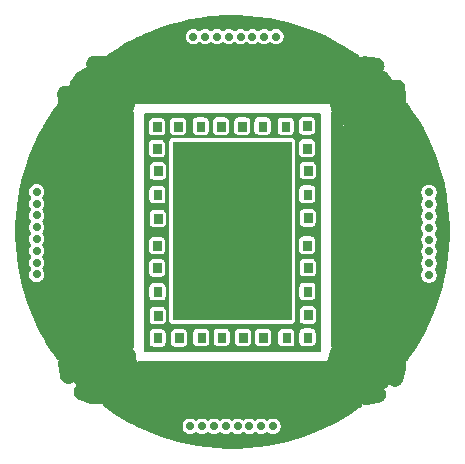
<source format=gbr>
%TF.GenerationSoftware,KiCad,Pcbnew,9.0.2*%
%TF.CreationDate,2025-06-19T12:26:31-04:00*%
%TF.ProjectId,GlassIDC_Mounted_10x15mm,476c6173-7349-4444-935f-4d6f756e7465,rev?*%
%TF.SameCoordinates,Original*%
%TF.FileFunction,Copper,L1,Top*%
%TF.FilePolarity,Positive*%
%FSLAX46Y46*%
G04 Gerber Fmt 4.6, Leading zero omitted, Abs format (unit mm)*
G04 Created by KiCad (PCBNEW 9.0.2) date 2025-06-19 12:26:31*
%MOMM*%
%LPD*%
G01*
G04 APERTURE LIST*
%TA.AperFunction,NonConductor*%
%ADD10C,0.100000*%
%TD*%
%TA.AperFunction,NonConductor*%
%ADD11C,1.400000*%
%TD*%
%TA.AperFunction,ComponentPad*%
%ADD12C,5.000000*%
%TD*%
%TA.AperFunction,ViaPad*%
%ADD13C,0.700000*%
%TD*%
%TA.AperFunction,ViaPad*%
%ADD14C,0.450000*%
%TD*%
%TA.AperFunction,ViaPad*%
%ADD15C,1.500000*%
%TD*%
G04 APERTURE END LIST*
D10*
X142469078Y-102264787D02*
X141817078Y-102264787D01*
X141817078Y-101502787D01*
X142469078Y-101502787D01*
X142469078Y-102264787D01*
%TA.AperFunction,NonConductor*%
G36*
X142469078Y-102264787D02*
G01*
X141817078Y-102264787D01*
X141817078Y-101502787D01*
X142469078Y-101502787D01*
X142469078Y-102264787D01*
G37*
%TD.AperFunction*%
X142499888Y-100253410D02*
X141847888Y-100253410D01*
X141847888Y-99491410D01*
X142499888Y-99491410D01*
X142499888Y-100253410D01*
%TA.AperFunction,NonConductor*%
G36*
X142499888Y-100253410D02*
G01*
X141847888Y-100253410D01*
X141847888Y-99491410D01*
X142499888Y-99491410D01*
X142499888Y-100253410D01*
G37*
%TD.AperFunction*%
X149719514Y-114354919D02*
X149067514Y-114354919D01*
X149067514Y-113592919D01*
X149719514Y-113592919D01*
X149719514Y-114354919D01*
%TA.AperFunction,NonConductor*%
G36*
X149719514Y-114354919D02*
G01*
X149067514Y-114354919D01*
X149067514Y-113592919D01*
X149719514Y-113592919D01*
X149719514Y-114354919D01*
G37*
%TD.AperFunction*%
X155188275Y-104231452D02*
X154536275Y-104231452D01*
X154536275Y-103469452D01*
X155188275Y-103469452D01*
X155188275Y-104231452D01*
%TA.AperFunction,NonConductor*%
G36*
X155188275Y-104231452D02*
G01*
X154536275Y-104231452D01*
X154536275Y-103469452D01*
X155188275Y-103469452D01*
X155188275Y-104231452D01*
G37*
%TD.AperFunction*%
X142441175Y-106577384D02*
X141789175Y-106577384D01*
X141789175Y-105815384D01*
X142441175Y-105815384D01*
X142441175Y-106577384D01*
%TA.AperFunction,NonConductor*%
G36*
X142441175Y-106577384D02*
G01*
X141789175Y-106577384D01*
X141789175Y-105815384D01*
X142441175Y-105815384D01*
X142441175Y-106577384D01*
G37*
%TD.AperFunction*%
X155173936Y-114327484D02*
X154521936Y-114327484D01*
X154521936Y-113565484D01*
X155173936Y-113565484D01*
X155173936Y-114327484D01*
%TA.AperFunction,NonConductor*%
G36*
X155173936Y-114327484D02*
G01*
X154521936Y-114327484D01*
X154521936Y-113565484D01*
X155173936Y-113565484D01*
X155173936Y-114327484D01*
G37*
%TD.AperFunction*%
X144210904Y-96478450D02*
X143558904Y-96478450D01*
X143558904Y-95716450D01*
X144210904Y-95716450D01*
X144210904Y-96478450D01*
%TA.AperFunction,NonConductor*%
G36*
X144210904Y-96478450D02*
G01*
X143558904Y-96478450D01*
X143558904Y-95716450D01*
X144210904Y-95716450D01*
X144210904Y-96478450D01*
G37*
%TD.AperFunction*%
X147899256Y-114347145D02*
X147247256Y-114347145D01*
X147247256Y-113585145D01*
X147899256Y-113585145D01*
X147899256Y-114347145D01*
%TA.AperFunction,NonConductor*%
G36*
X147899256Y-114347145D02*
G01*
X147247256Y-114347145D01*
X147247256Y-113585145D01*
X147899256Y-113585145D01*
X147899256Y-114347145D01*
G37*
%TD.AperFunction*%
X155111937Y-96436468D02*
X154459937Y-96436468D01*
X154459937Y-95674468D01*
X155111937Y-95674468D01*
X155111937Y-96436468D01*
%TA.AperFunction,NonConductor*%
G36*
X155111937Y-96436468D02*
G01*
X154459937Y-96436468D01*
X154459937Y-95674468D01*
X155111937Y-95674468D01*
X155111937Y-96436468D01*
G37*
%TD.AperFunction*%
X147837257Y-96456129D02*
X147185257Y-96456129D01*
X147185257Y-95694129D01*
X147837257Y-95694129D01*
X147837257Y-96456129D01*
%TA.AperFunction,NonConductor*%
G36*
X147837257Y-96456129D02*
G01*
X147185257Y-96456129D01*
X147185257Y-95694129D01*
X147837257Y-95694129D01*
X147837257Y-96456129D01*
G37*
%TD.AperFunction*%
X144281577Y-114391677D02*
X143629577Y-114391677D01*
X143629577Y-113629677D01*
X144281577Y-113629677D01*
X144281577Y-114391677D01*
%TA.AperFunction,NonConductor*%
G36*
X144281577Y-114391677D02*
G01*
X143629577Y-114391677D01*
X143629577Y-113629677D01*
X144281577Y-113629677D01*
X144281577Y-114391677D01*
G37*
%TD.AperFunction*%
D11*
X134599414Y-117184361D02*
G75*
G02*
X135760310Y-118594992I2482086J859661D01*
G01*
D10*
X155135128Y-106538290D02*
X154483128Y-106538290D01*
X154483128Y-105776290D01*
X155135128Y-105776290D01*
X155135128Y-106538290D01*
%TA.AperFunction,NonConductor*%
G36*
X155135128Y-106538290D02*
G01*
X154483128Y-106538290D01*
X154483128Y-105776290D01*
X155135128Y-105776290D01*
X155135128Y-106538290D01*
G37*
%TD.AperFunction*%
X153384758Y-114366806D02*
X152732758Y-114366806D01*
X152732758Y-113604806D01*
X153384758Y-113604806D01*
X153384758Y-114366806D01*
%TA.AperFunction,NonConductor*%
G36*
X153384758Y-114366806D02*
G01*
X152732758Y-114366806D01*
X152732758Y-113604806D01*
X153384758Y-113604806D01*
X153384758Y-114366806D01*
G37*
%TD.AperFunction*%
X151368048Y-96453903D02*
X150716048Y-96453903D01*
X150716048Y-95691903D01*
X151368048Y-95691903D01*
X151368048Y-96453903D01*
%TA.AperFunction,NonConductor*%
G36*
X151368048Y-96453903D02*
G01*
X150716048Y-96453903D01*
X150716048Y-95691903D01*
X151368048Y-95691903D01*
X151368048Y-96453903D01*
G37*
%TD.AperFunction*%
X151430047Y-114344919D02*
X150778047Y-114344919D01*
X150778047Y-113582919D01*
X151430047Y-113582919D01*
X151430047Y-114344919D01*
%TA.AperFunction,NonConductor*%
G36*
X151430047Y-114344919D02*
G01*
X150778047Y-114344919D01*
X150778047Y-113582919D01*
X151430047Y-113582919D01*
X151430047Y-114344919D01*
G37*
%TD.AperFunction*%
X155193953Y-112450906D02*
X154541953Y-112450906D01*
X154541953Y-111688906D01*
X155193953Y-111688906D01*
X155193953Y-112450906D01*
%TA.AperFunction,NonConductor*%
G36*
X155193953Y-112450906D02*
G01*
X154541953Y-112450906D01*
X154541953Y-111688906D01*
X155193953Y-111688906D01*
X155193953Y-112450906D01*
G37*
%TD.AperFunction*%
X142500000Y-112490000D02*
X141848000Y-112490000D01*
X141848000Y-111728000D01*
X142500000Y-111728000D01*
X142500000Y-112490000D01*
%TA.AperFunction,NonConductor*%
G36*
X142500000Y-112490000D02*
G01*
X141848000Y-112490000D01*
X141848000Y-111728000D01*
X142500000Y-111728000D01*
X142500000Y-112490000D01*
G37*
%TD.AperFunction*%
D11*
X162415190Y-92848536D02*
G75*
G02*
X160657566Y-90994575I-2503690J-613464D01*
G01*
D10*
X155168709Y-110445147D02*
X154516709Y-110445147D01*
X154516709Y-109683147D01*
X155168709Y-109683147D01*
X155168709Y-110445147D01*
%TA.AperFunction,NonConductor*%
G36*
X155168709Y-110445147D02*
G01*
X154516709Y-110445147D01*
X154516709Y-109683147D01*
X155168709Y-109683147D01*
X155168709Y-110445147D01*
G37*
%TD.AperFunction*%
X149657515Y-96463903D02*
X149005515Y-96463903D01*
X149005515Y-95701903D01*
X149657515Y-95701903D01*
X149657515Y-96463903D01*
%TA.AperFunction,NonConductor*%
G36*
X149657515Y-96463903D02*
G01*
X149005515Y-96463903D01*
X149005515Y-95701903D01*
X149657515Y-95701903D01*
X149657515Y-96463903D01*
G37*
%TD.AperFunction*%
X142474756Y-110484241D02*
X141822756Y-110484241D01*
X141822756Y-109722241D01*
X142474756Y-109722241D01*
X142474756Y-110484241D01*
%TA.AperFunction,NonConductor*%
G36*
X142474756Y-110484241D02*
G01*
X141822756Y-110484241D01*
X141822756Y-109722241D01*
X142474756Y-109722241D01*
X142474756Y-110484241D01*
G37*
%TD.AperFunction*%
X155199519Y-108433770D02*
X154547519Y-108433770D01*
X154547519Y-107671770D01*
X155199519Y-107671770D01*
X155199519Y-108433770D01*
%TA.AperFunction,NonConductor*%
G36*
X155199519Y-108433770D02*
G01*
X154547519Y-108433770D01*
X154547519Y-107671770D01*
X155199519Y-107671770D01*
X155199519Y-108433770D01*
G37*
%TD.AperFunction*%
D11*
X160800000Y-118800000D02*
G75*
G02*
X162261291Y-117427775I-932400J2457100D01*
G01*
D10*
X146126724Y-96465790D02*
X145474724Y-96465790D01*
X145474724Y-95703790D01*
X146126724Y-95703790D01*
X146126724Y-96465790D01*
%TA.AperFunction,NonConductor*%
G36*
X146126724Y-96465790D02*
G01*
X145474724Y-96465790D01*
X145474724Y-95703790D01*
X146126724Y-95703790D01*
X146126724Y-96465790D01*
G37*
%TD.AperFunction*%
X153322759Y-96475790D02*
X152670759Y-96475790D01*
X152670759Y-95713790D01*
X153322759Y-95713790D01*
X153322759Y-96475790D01*
%TA.AperFunction,NonConductor*%
G36*
X153322759Y-96475790D02*
G01*
X152670759Y-96475790D01*
X152670759Y-95713790D01*
X153322759Y-95713790D01*
X153322759Y-96475790D01*
G37*
%TD.AperFunction*%
X155163031Y-102225693D02*
X154511031Y-102225693D01*
X154511031Y-101463693D01*
X155163031Y-101463693D01*
X155163031Y-102225693D01*
%TA.AperFunction,NonConductor*%
G36*
X155163031Y-102225693D02*
G01*
X154511031Y-102225693D01*
X154511031Y-101463693D01*
X155163031Y-101463693D01*
X155163031Y-102225693D01*
G37*
%TD.AperFunction*%
X142440872Y-108466127D02*
X141788872Y-108466127D01*
X141788872Y-107704127D01*
X142440872Y-107704127D01*
X142440872Y-108466127D01*
%TA.AperFunction,NonConductor*%
G36*
X142440872Y-108466127D02*
G01*
X141788872Y-108466127D01*
X141788872Y-107704127D01*
X142440872Y-107704127D01*
X142440872Y-108466127D01*
G37*
%TD.AperFunction*%
D11*
X136816422Y-90821552D02*
G75*
G02*
X134370103Y-93360784I195378J-2636248D01*
G01*
D10*
X155193841Y-100214316D02*
X154541841Y-100214316D01*
X154541841Y-99452316D01*
X155193841Y-99452316D01*
X155193841Y-100214316D01*
%TA.AperFunction,NonConductor*%
G36*
X155193841Y-100214316D02*
G01*
X154541841Y-100214316D01*
X154541841Y-99452316D01*
X155193841Y-99452316D01*
X155193841Y-100214316D01*
G37*
%TD.AperFunction*%
X142417443Y-96509418D02*
X141765443Y-96509418D01*
X141765443Y-95747418D01*
X142417443Y-95747418D01*
X142417443Y-96509418D01*
%TA.AperFunction,NonConductor*%
G36*
X142417443Y-96509418D02*
G01*
X141765443Y-96509418D01*
X141765443Y-95747418D01*
X142417443Y-95747418D01*
X142417443Y-96509418D01*
G37*
%TD.AperFunction*%
X155129450Y-98318836D02*
X154477450Y-98318836D01*
X154477450Y-97556836D01*
X155129450Y-97556836D01*
X155129450Y-98318836D01*
%TA.AperFunction,NonConductor*%
G36*
X155129450Y-98318836D02*
G01*
X154477450Y-98318836D01*
X154477450Y-97556836D01*
X155129450Y-97556836D01*
X155129450Y-98318836D01*
G37*
%TD.AperFunction*%
X142479442Y-114400434D02*
X141827442Y-114400434D01*
X141827442Y-113638434D01*
X142479442Y-113638434D01*
X142479442Y-114400434D01*
%TA.AperFunction,NonConductor*%
G36*
X142479442Y-114400434D02*
G01*
X141827442Y-114400434D01*
X141827442Y-113638434D01*
X142479442Y-113638434D01*
X142479442Y-114400434D01*
G37*
%TD.AperFunction*%
X143460000Y-97450000D02*
X153460000Y-97450000D01*
X153460000Y-112450000D01*
X143460000Y-112450000D01*
X143460000Y-97450000D01*
%TA.AperFunction,NonConductor*%
G36*
X143460000Y-97450000D02*
G01*
X153460000Y-97450000D01*
X153460000Y-112450000D01*
X143460000Y-112450000D01*
X143460000Y-97450000D01*
G37*
%TD.AperFunction*%
X146188723Y-114356806D02*
X145536723Y-114356806D01*
X145536723Y-113594806D01*
X146188723Y-113594806D01*
X146188723Y-114356806D01*
%TA.AperFunction,NonConductor*%
G36*
X146188723Y-114356806D02*
G01*
X145536723Y-114356806D01*
X145536723Y-113594806D01*
X146188723Y-113594806D01*
X146188723Y-114356806D01*
G37*
%TD.AperFunction*%
X142435497Y-98357930D02*
X141783497Y-98357930D01*
X141783497Y-97595930D01*
X142435497Y-97595930D01*
X142435497Y-98357930D01*
%TA.AperFunction,NonConductor*%
G36*
X142435497Y-98357930D02*
G01*
X141783497Y-98357930D01*
X141783497Y-97595930D01*
X142435497Y-97595930D01*
X142435497Y-98357930D01*
G37*
%TD.AperFunction*%
X142494322Y-104270546D02*
X141842322Y-104270546D01*
X141842322Y-103508546D01*
X142494322Y-103508546D01*
X142494322Y-104270546D01*
%TA.AperFunction,NonConductor*%
G36*
X142494322Y-104270546D02*
G01*
X141842322Y-104270546D01*
X141842322Y-103508546D01*
X142494322Y-103508546D01*
X142494322Y-104270546D01*
G37*
%TD.AperFunction*%
D12*
%TO.P,REF\u002A\u002A,1*%
%TO.N,N/C*%
X137011817Y-93457817D03*
%TD*%
%TO.P,REF\u002A\u002A,1*%
%TO.N,N/C*%
X159867637Y-116342911D03*
%TD*%
%TO.P,REF\u002A\u002A,1*%
%TO.N,N/C*%
X137081545Y-116324726D03*
%TD*%
%TO.P,REF\u002A\u002A,1*%
%TO.N,N/C*%
X159911452Y-93461999D03*
%TD*%
D13*
%TO.N,*%
X162702509Y-112973729D03*
D14*
X142091443Y-96128418D03*
D13*
X148183100Y-88496600D03*
X149183100Y-88496600D03*
X156438963Y-119105780D03*
D14*
X142109497Y-97976930D03*
X143955577Y-114010677D03*
X154847936Y-113946484D03*
X154785937Y-96055468D03*
D13*
X151183100Y-88498500D03*
D15*
X148501100Y-105003600D03*
D13*
X148926900Y-121493400D03*
X131913050Y-104637000D03*
D14*
X154809128Y-106157290D03*
D13*
X146183100Y-88496600D03*
D14*
X142148756Y-110103241D03*
D13*
X165131900Y-106690000D03*
X151926900Y-121493400D03*
X140436700Y-119378687D03*
D14*
X154867953Y-112069906D03*
X142114872Y-108085127D03*
X142115175Y-106196384D03*
D13*
X165131900Y-104690000D03*
X131914950Y-101632000D03*
D14*
X154862275Y-103850452D03*
X154873519Y-108052770D03*
D13*
X165130000Y-107690000D03*
D14*
X154867841Y-99833316D03*
D13*
X155855029Y-91017136D03*
D14*
X153058758Y-113985806D03*
D13*
X165131900Y-105690000D03*
X150183100Y-88496600D03*
X165130000Y-108695000D03*
X131913050Y-105637000D03*
D14*
X152996759Y-96094790D03*
D13*
X131913050Y-103637000D03*
X152183100Y-88498500D03*
X146926900Y-121493400D03*
X131913050Y-107637000D03*
D14*
X149331515Y-96082903D03*
X151104047Y-113963919D03*
D13*
X131914950Y-102637000D03*
X140915819Y-90777329D03*
D14*
X154842709Y-110064147D03*
D13*
X162553651Y-97604114D03*
D14*
X142143078Y-101883787D03*
D13*
X165131900Y-102690000D03*
X144921900Y-121491500D03*
D14*
X142173888Y-99872410D03*
D13*
X134197502Y-112813550D03*
X145183100Y-88496600D03*
D14*
X154803450Y-97937836D03*
D13*
X165131900Y-103690000D03*
X133795433Y-97525570D03*
D14*
X147573256Y-113966145D03*
X145862723Y-113975806D03*
X142174000Y-112109000D03*
D13*
X147926900Y-121493400D03*
D14*
X143884904Y-96097450D03*
X142153442Y-114019434D03*
D13*
X131913050Y-108637000D03*
D14*
X151042048Y-96072903D03*
X149393514Y-113973919D03*
X154837031Y-101844693D03*
D13*
X165131900Y-101690000D03*
X147183100Y-88496600D03*
D14*
X142168322Y-103889546D03*
X147511257Y-96075129D03*
X145800724Y-96084790D03*
D13*
X150926900Y-121493400D03*
X131913050Y-106637000D03*
X149926900Y-121493400D03*
X145926900Y-121491500D03*
%TD*%
%TA.AperFunction,NonConductor*%
G36*
X149012582Y-86687063D02*
G01*
X149018214Y-86687219D01*
X149847318Y-86729220D01*
X149852965Y-86729635D01*
X150679248Y-86809197D01*
X150684923Y-86809874D01*
X151506725Y-86926834D01*
X151512365Y-86927768D01*
X151632849Y-86950533D01*
X152328017Y-87081886D01*
X152333560Y-87083064D01*
X153141455Y-87274042D01*
X153146934Y-87275470D01*
X153945258Y-87502879D01*
X153950719Y-87504569D01*
X154737912Y-87767960D01*
X154743292Y-87769897D01*
X155517748Y-88068735D01*
X155522995Y-88070898D01*
X156283075Y-88404550D01*
X156288239Y-88406957D01*
X157032405Y-88774747D01*
X157037447Y-88777381D01*
X157764200Y-89178571D01*
X157769111Y-89181429D01*
X158381595Y-89556760D01*
X158476876Y-89615148D01*
X158481682Y-89618245D01*
X159169045Y-90083626D01*
X159173701Y-90086936D01*
X159193259Y-90101513D01*
X159235925Y-90158259D01*
X159241138Y-90229064D01*
X159207244Y-90291447D01*
X159149485Y-90324532D01*
X158932860Y-90380507D01*
X158602572Y-90505644D01*
X158602566Y-90505646D01*
X158287898Y-90666065D01*
X157992606Y-90859850D01*
X157992593Y-90859859D01*
X157720215Y-91084690D01*
X157473969Y-91337906D01*
X157473961Y-91337915D01*
X157256812Y-91616474D01*
X157256811Y-91616476D01*
X157071346Y-91917055D01*
X156919768Y-92236084D01*
X156803895Y-92569742D01*
X156725112Y-92914034D01*
X156725111Y-92914038D01*
X156684352Y-93264885D01*
X156682107Y-93618066D01*
X156682109Y-93618090D01*
X156718404Y-93969409D01*
X156735222Y-94047459D01*
X156730018Y-94118264D01*
X156687360Y-94175016D01*
X156620791Y-94199696D01*
X156612049Y-94200000D01*
X140375773Y-94200000D01*
X140307652Y-94179998D01*
X140261159Y-94126342D01*
X140251055Y-94056068D01*
X140251748Y-94051780D01*
X140285034Y-93865984D01*
X140285253Y-93864762D01*
X140310004Y-93512251D01*
X140310003Y-93512237D01*
X140310004Y-93512232D01*
X140296903Y-93159113D01*
X140246101Y-92809412D01*
X140216384Y-92693727D01*
X140158180Y-92467141D01*
X140034150Y-92136244D01*
X140034149Y-92136242D01*
X139875439Y-91820520D01*
X139728619Y-91592955D01*
X139683855Y-91523573D01*
X139461610Y-91248831D01*
X139461608Y-91248828D01*
X139211246Y-90999436D01*
X138935648Y-90778262D01*
X138760260Y-90666067D01*
X138637965Y-90587835D01*
X138492053Y-90515194D01*
X138321624Y-90430347D01*
X138321622Y-90430346D01*
X137990241Y-90307599D01*
X137909896Y-90287292D01*
X137895404Y-90278739D01*
X137879005Y-90274956D01*
X137865460Y-90261067D01*
X137848753Y-90251207D01*
X137841184Y-90236175D01*
X137829436Y-90224128D01*
X137825550Y-90205122D01*
X137816826Y-90187794D01*
X137818586Y-90171055D01*
X137815216Y-90154570D01*
X137822221Y-90136481D01*
X137824251Y-90117187D01*
X137834996Y-90103499D01*
X137840858Y-90088366D01*
X137866531Y-90063329D01*
X137986297Y-89975994D01*
X137990968Y-89972747D01*
X138683220Y-89514556D01*
X138687998Y-89511548D01*
X139400287Y-89085251D01*
X139405239Y-89082438D01*
X140136111Y-88688904D01*
X140141202Y-88686310D01*
X140398321Y-88562567D01*
X140668516Y-88432531D01*
X144532600Y-88432531D01*
X144532600Y-88560669D01*
X144557599Y-88686344D01*
X144606635Y-88804727D01*
X144677824Y-88911269D01*
X144768431Y-89001876D01*
X144874973Y-89073065D01*
X144993356Y-89122101D01*
X145119031Y-89147100D01*
X145119036Y-89147100D01*
X145247164Y-89147100D01*
X145247169Y-89147100D01*
X145372844Y-89122101D01*
X145491227Y-89073065D01*
X145597769Y-89001876D01*
X145597780Y-89001864D01*
X145602548Y-88997953D01*
X145604260Y-89000039D01*
X145656317Y-88971614D01*
X145727132Y-88976679D01*
X145762471Y-88999391D01*
X145763652Y-88997953D01*
X145768423Y-89001868D01*
X145768431Y-89001876D01*
X145874973Y-89073065D01*
X145993356Y-89122101D01*
X146119031Y-89147100D01*
X146119036Y-89147100D01*
X146247164Y-89147100D01*
X146247169Y-89147100D01*
X146372844Y-89122101D01*
X146491227Y-89073065D01*
X146597769Y-89001876D01*
X146597780Y-89001864D01*
X146602548Y-88997953D01*
X146604260Y-89000039D01*
X146656317Y-88971614D01*
X146727132Y-88976679D01*
X146762471Y-88999391D01*
X146763652Y-88997953D01*
X146768423Y-89001868D01*
X146768431Y-89001876D01*
X146874973Y-89073065D01*
X146993356Y-89122101D01*
X147119031Y-89147100D01*
X147119036Y-89147100D01*
X147247164Y-89147100D01*
X147247169Y-89147100D01*
X147372844Y-89122101D01*
X147491227Y-89073065D01*
X147597769Y-89001876D01*
X147597780Y-89001864D01*
X147602548Y-88997953D01*
X147604260Y-89000039D01*
X147656317Y-88971614D01*
X147727132Y-88976679D01*
X147762471Y-88999391D01*
X147763652Y-88997953D01*
X147768423Y-89001868D01*
X147768431Y-89001876D01*
X147874973Y-89073065D01*
X147993356Y-89122101D01*
X148119031Y-89147100D01*
X148119036Y-89147100D01*
X148247164Y-89147100D01*
X148247169Y-89147100D01*
X148372844Y-89122101D01*
X148491227Y-89073065D01*
X148597769Y-89001876D01*
X148597780Y-89001864D01*
X148602548Y-88997953D01*
X148604260Y-89000039D01*
X148656317Y-88971614D01*
X148727132Y-88976679D01*
X148762471Y-88999391D01*
X148763652Y-88997953D01*
X148768423Y-89001868D01*
X148768431Y-89001876D01*
X148874973Y-89073065D01*
X148993356Y-89122101D01*
X149119031Y-89147100D01*
X149119036Y-89147100D01*
X149247164Y-89147100D01*
X149247169Y-89147100D01*
X149372844Y-89122101D01*
X149491227Y-89073065D01*
X149597769Y-89001876D01*
X149597780Y-89001864D01*
X149602548Y-88997953D01*
X149604260Y-89000039D01*
X149656317Y-88971614D01*
X149727132Y-88976679D01*
X149762471Y-88999391D01*
X149763652Y-88997953D01*
X149768423Y-89001868D01*
X149768431Y-89001876D01*
X149874973Y-89073065D01*
X149993356Y-89122101D01*
X150119031Y-89147100D01*
X150119036Y-89147100D01*
X150247164Y-89147100D01*
X150247169Y-89147100D01*
X150372844Y-89122101D01*
X150491227Y-89073065D01*
X150597769Y-89001876D01*
X150597780Y-89001864D01*
X150602167Y-88998264D01*
X150667510Y-88970500D01*
X150737490Y-88982471D01*
X150762977Y-89000675D01*
X150763652Y-88999853D01*
X150768423Y-89003768D01*
X150768431Y-89003776D01*
X150874973Y-89074965D01*
X150993356Y-89124001D01*
X151119031Y-89149000D01*
X151119036Y-89149000D01*
X151247164Y-89149000D01*
X151247169Y-89149000D01*
X151372844Y-89124001D01*
X151491227Y-89074965D01*
X151597769Y-89003776D01*
X151597780Y-89003764D01*
X151602548Y-88999853D01*
X151604260Y-89001939D01*
X151656317Y-88973514D01*
X151727132Y-88978579D01*
X151762471Y-89001291D01*
X151763652Y-88999853D01*
X151768423Y-89003768D01*
X151768431Y-89003776D01*
X151874973Y-89074965D01*
X151993356Y-89124001D01*
X152119031Y-89149000D01*
X152119036Y-89149000D01*
X152247164Y-89149000D01*
X152247169Y-89149000D01*
X152372844Y-89124001D01*
X152491227Y-89074965D01*
X152597769Y-89003776D01*
X152688376Y-88913169D01*
X152759565Y-88806627D01*
X152808601Y-88688244D01*
X152833600Y-88562569D01*
X152833600Y-88434431D01*
X152808601Y-88308756D01*
X152759565Y-88190373D01*
X152688376Y-88083831D01*
X152597769Y-87993224D01*
X152491227Y-87922035D01*
X152372845Y-87872999D01*
X152330952Y-87864666D01*
X152247169Y-87848000D01*
X152119031Y-87848000D01*
X152077139Y-87856333D01*
X151993354Y-87872999D01*
X151993353Y-87873000D01*
X151874971Y-87922036D01*
X151768435Y-87993221D01*
X151763652Y-87997147D01*
X151761939Y-87995060D01*
X151709883Y-88023486D01*
X151639068Y-88018421D01*
X151603728Y-87995708D01*
X151602548Y-87997147D01*
X151597775Y-87993230D01*
X151597769Y-87993224D01*
X151491227Y-87922035D01*
X151372845Y-87872999D01*
X151330952Y-87864666D01*
X151247169Y-87848000D01*
X151119031Y-87848000D01*
X151077139Y-87856333D01*
X150993354Y-87872999D01*
X150993353Y-87873000D01*
X150874971Y-87922036D01*
X150768429Y-87993224D01*
X150764020Y-87996844D01*
X150698674Y-88024600D01*
X150628695Y-88012621D01*
X150603222Y-87994425D01*
X150602548Y-87995247D01*
X150597775Y-87991330D01*
X150597769Y-87991324D01*
X150491227Y-87920135D01*
X150372845Y-87871099D01*
X150330952Y-87862766D01*
X150247169Y-87846100D01*
X150119031Y-87846100D01*
X150077139Y-87854433D01*
X149993354Y-87871099D01*
X149993353Y-87871100D01*
X149874971Y-87920136D01*
X149768435Y-87991321D01*
X149763652Y-87995247D01*
X149761939Y-87993160D01*
X149709883Y-88021586D01*
X149639068Y-88016521D01*
X149603728Y-87993808D01*
X149602548Y-87995247D01*
X149597775Y-87991330D01*
X149597769Y-87991324D01*
X149491227Y-87920135D01*
X149372845Y-87871099D01*
X149330952Y-87862766D01*
X149247169Y-87846100D01*
X149119031Y-87846100D01*
X149077139Y-87854433D01*
X148993354Y-87871099D01*
X148993353Y-87871100D01*
X148874971Y-87920136D01*
X148768435Y-87991321D01*
X148763652Y-87995247D01*
X148761939Y-87993160D01*
X148709883Y-88021586D01*
X148639068Y-88016521D01*
X148603728Y-87993808D01*
X148602548Y-87995247D01*
X148597775Y-87991330D01*
X148597769Y-87991324D01*
X148491227Y-87920135D01*
X148372845Y-87871099D01*
X148330952Y-87862766D01*
X148247169Y-87846100D01*
X148119031Y-87846100D01*
X148077139Y-87854433D01*
X147993354Y-87871099D01*
X147993353Y-87871100D01*
X147874971Y-87920136D01*
X147768435Y-87991321D01*
X147763652Y-87995247D01*
X147761939Y-87993160D01*
X147709883Y-88021586D01*
X147639068Y-88016521D01*
X147603728Y-87993808D01*
X147602548Y-87995247D01*
X147597775Y-87991330D01*
X147597769Y-87991324D01*
X147491227Y-87920135D01*
X147372845Y-87871099D01*
X147330952Y-87862766D01*
X147247169Y-87846100D01*
X147119031Y-87846100D01*
X147077139Y-87854433D01*
X146993354Y-87871099D01*
X146993353Y-87871100D01*
X146874971Y-87920136D01*
X146768435Y-87991321D01*
X146763652Y-87995247D01*
X146761939Y-87993160D01*
X146709883Y-88021586D01*
X146639068Y-88016521D01*
X146603728Y-87993808D01*
X146602548Y-87995247D01*
X146597775Y-87991330D01*
X146597769Y-87991324D01*
X146491227Y-87920135D01*
X146372845Y-87871099D01*
X146330952Y-87862766D01*
X146247169Y-87846100D01*
X146119031Y-87846100D01*
X146077139Y-87854433D01*
X145993354Y-87871099D01*
X145993353Y-87871100D01*
X145874971Y-87920136D01*
X145768435Y-87991321D01*
X145763652Y-87995247D01*
X145761939Y-87993160D01*
X145709883Y-88021586D01*
X145639068Y-88016521D01*
X145603728Y-87993808D01*
X145602548Y-87995247D01*
X145597775Y-87991330D01*
X145597769Y-87991324D01*
X145491227Y-87920135D01*
X145372845Y-87871099D01*
X145330952Y-87862766D01*
X145247169Y-87846100D01*
X145119031Y-87846100D01*
X145077139Y-87854433D01*
X144993354Y-87871099D01*
X144993353Y-87871100D01*
X144874971Y-87920136D01*
X144768435Y-87991321D01*
X144768428Y-87991326D01*
X144677826Y-88081928D01*
X144677821Y-88081935D01*
X144606636Y-88188471D01*
X144557600Y-88306853D01*
X144557599Y-88306854D01*
X144557221Y-88308754D01*
X144532600Y-88432531D01*
X140668516Y-88432531D01*
X140889183Y-88326331D01*
X140894382Y-88323973D01*
X140926103Y-88310443D01*
X141207608Y-88190371D01*
X141657920Y-87998296D01*
X141663201Y-87996184D01*
X142440749Y-87705470D01*
X142446108Y-87703604D01*
X143236054Y-87448459D01*
X143241486Y-87446841D01*
X144042181Y-87227794D01*
X144047688Y-87226421D01*
X144857527Y-87043916D01*
X144863042Y-87042804D01*
X145680327Y-86897224D01*
X145685905Y-86896360D01*
X146508941Y-86788006D01*
X146514610Y-86787390D01*
X147341668Y-86716486D01*
X147347347Y-86716128D01*
X148176808Y-86682814D01*
X148182440Y-86682715D01*
X149012582Y-86687063D01*
G37*
%TD.AperFunction*%
%TA.AperFunction,NonConductor*%
G36*
X155942121Y-95020002D02*
G01*
X155988614Y-95073658D01*
X156000000Y-95126000D01*
X156000000Y-115074000D01*
X155979998Y-115142121D01*
X155926342Y-115188614D01*
X155874000Y-115200000D01*
X141126000Y-115200000D01*
X141057879Y-115179998D01*
X141011386Y-115126342D01*
X141000000Y-115074000D01*
X141000000Y-113638434D01*
X141471942Y-113638434D01*
X141471942Y-113638438D01*
X141471942Y-114400440D01*
X141482818Y-114487699D01*
X141482820Y-114487706D01*
X141525569Y-114585163D01*
X141529829Y-114594874D01*
X141543781Y-114610030D01*
X141601028Y-114672217D01*
X141609089Y-114680973D01*
X141660550Y-114708822D01*
X141712008Y-114736671D01*
X141712009Y-114736671D01*
X141712011Y-114736672D01*
X141827442Y-114755934D01*
X141827446Y-114755934D01*
X142479446Y-114755934D01*
X142479447Y-114755933D01*
X142514429Y-114751572D01*
X142566707Y-114745057D01*
X142566709Y-114745056D01*
X142566712Y-114745056D01*
X142673882Y-114698047D01*
X142759981Y-114618787D01*
X142815680Y-114515865D01*
X142834942Y-114400434D01*
X142834942Y-113638434D01*
X142833851Y-113629681D01*
X142833851Y-113629677D01*
X143274077Y-113629677D01*
X143274077Y-113629681D01*
X143274077Y-114391683D01*
X143284953Y-114478942D01*
X143284955Y-114478949D01*
X143331962Y-114586113D01*
X143331964Y-114586117D01*
X143340028Y-114594877D01*
X143411123Y-114672107D01*
X143411224Y-114672216D01*
X143458948Y-114698043D01*
X143514143Y-114727914D01*
X143514144Y-114727914D01*
X143514146Y-114727915D01*
X143629577Y-114747177D01*
X143629581Y-114747177D01*
X144281581Y-114747177D01*
X144281582Y-114747176D01*
X144316564Y-114742815D01*
X144368842Y-114736300D01*
X144368844Y-114736299D01*
X144368847Y-114736299D01*
X144476017Y-114689290D01*
X144562116Y-114610030D01*
X144617815Y-114507108D01*
X144637077Y-114391677D01*
X144637077Y-113629677D01*
X144634024Y-113605180D01*
X144632731Y-113594806D01*
X145181223Y-113594806D01*
X145181223Y-113594810D01*
X145181223Y-114356812D01*
X145192099Y-114444071D01*
X145192101Y-114444078D01*
X145239108Y-114551242D01*
X145239110Y-114551246D01*
X145259390Y-114573276D01*
X145316633Y-114635459D01*
X145318370Y-114637345D01*
X145349920Y-114654419D01*
X145421289Y-114693043D01*
X145421290Y-114693043D01*
X145421292Y-114693044D01*
X145536723Y-114712306D01*
X145536727Y-114712306D01*
X146188727Y-114712306D01*
X146188728Y-114712305D01*
X146223710Y-114707944D01*
X146275988Y-114701429D01*
X146275990Y-114701428D01*
X146275993Y-114701428D01*
X146383163Y-114654419D01*
X146469262Y-114575159D01*
X146524961Y-114472237D01*
X146544223Y-114356806D01*
X146544223Y-113594806D01*
X146543988Y-113592923D01*
X146543019Y-113585145D01*
X146891756Y-113585145D01*
X146891756Y-113585149D01*
X146891756Y-114347151D01*
X146902632Y-114434410D01*
X146902634Y-114434417D01*
X146948668Y-114539362D01*
X146949643Y-114541585D01*
X146967739Y-114561242D01*
X147026854Y-114625459D01*
X147028903Y-114627684D01*
X147060453Y-114644758D01*
X147131822Y-114683382D01*
X147131823Y-114683382D01*
X147131825Y-114683383D01*
X147247256Y-114702645D01*
X147247260Y-114702645D01*
X147899260Y-114702645D01*
X147899261Y-114702644D01*
X147936176Y-114698043D01*
X147986521Y-114691768D01*
X147986523Y-114691767D01*
X147986526Y-114691767D01*
X148093696Y-114644758D01*
X148179795Y-114565498D01*
X148235494Y-114462576D01*
X148254756Y-114347145D01*
X148254756Y-113592919D01*
X148712014Y-113592919D01*
X148712014Y-113592923D01*
X148712014Y-114354925D01*
X148722890Y-114442184D01*
X148722892Y-114442191D01*
X148765516Y-114539362D01*
X148769901Y-114549359D01*
X148771638Y-114551246D01*
X148842004Y-114627684D01*
X148849161Y-114635458D01*
X148900622Y-114663307D01*
X148952080Y-114691156D01*
X148952081Y-114691156D01*
X148952083Y-114691157D01*
X149067514Y-114710419D01*
X149067518Y-114710419D01*
X149719518Y-114710419D01*
X149719519Y-114710418D01*
X149754501Y-114706057D01*
X149806779Y-114699542D01*
X149806781Y-114699541D01*
X149806784Y-114699541D01*
X149913954Y-114652532D01*
X150000053Y-114573272D01*
X150055752Y-114470350D01*
X150075014Y-114354919D01*
X150075014Y-113592919D01*
X150075014Y-113592915D01*
X150073768Y-113582919D01*
X150422547Y-113582919D01*
X150422547Y-113582923D01*
X150422547Y-114344925D01*
X150433423Y-114432184D01*
X150433425Y-114432191D01*
X150475424Y-114527938D01*
X150480434Y-114539359D01*
X150500585Y-114561249D01*
X150559362Y-114625098D01*
X150559694Y-114625458D01*
X150600139Y-114647346D01*
X150662613Y-114681156D01*
X150662614Y-114681156D01*
X150662616Y-114681157D01*
X150778047Y-114700419D01*
X150778051Y-114700419D01*
X151430051Y-114700419D01*
X151430052Y-114700418D01*
X151465034Y-114696057D01*
X151517312Y-114689542D01*
X151517314Y-114689541D01*
X151517317Y-114689541D01*
X151624487Y-114642532D01*
X151710586Y-114563272D01*
X151766285Y-114460350D01*
X151785547Y-114344919D01*
X151785547Y-113604806D01*
X152377258Y-113604806D01*
X152377258Y-113604810D01*
X152377258Y-114366812D01*
X152388134Y-114454071D01*
X152388136Y-114454078D01*
X152430760Y-114551249D01*
X152435145Y-114561246D01*
X152458043Y-114586120D01*
X152512019Y-114644754D01*
X152514405Y-114647345D01*
X152560157Y-114672105D01*
X152617324Y-114703043D01*
X152617325Y-114703043D01*
X152617327Y-114703044D01*
X152732758Y-114722306D01*
X152732762Y-114722306D01*
X153384762Y-114722306D01*
X153384763Y-114722305D01*
X153419745Y-114717944D01*
X153472023Y-114711429D01*
X153472025Y-114711428D01*
X153472028Y-114711428D01*
X153579198Y-114664419D01*
X153665297Y-114585159D01*
X153720996Y-114482237D01*
X153740258Y-114366806D01*
X153740258Y-113604806D01*
X153739011Y-113594804D01*
X153736650Y-113575859D01*
X153736650Y-113575858D01*
X153735357Y-113565484D01*
X154166436Y-113565484D01*
X154166436Y-113565488D01*
X154166436Y-114327490D01*
X154177312Y-114414749D01*
X154177314Y-114414756D01*
X154210947Y-114491430D01*
X154224323Y-114521924D01*
X154240373Y-114539359D01*
X154291474Y-114594870D01*
X154303583Y-114608023D01*
X154335133Y-114625097D01*
X154406502Y-114663721D01*
X154406503Y-114663721D01*
X154406505Y-114663722D01*
X154521936Y-114682984D01*
X154521940Y-114682984D01*
X155173940Y-114682984D01*
X155173941Y-114682983D01*
X155208923Y-114678622D01*
X155261201Y-114672107D01*
X155261203Y-114672106D01*
X155261206Y-114672106D01*
X155368376Y-114625097D01*
X155454475Y-114545837D01*
X155510174Y-114442915D01*
X155529436Y-114327484D01*
X155529436Y-113565484D01*
X155525541Y-113534234D01*
X155518559Y-113478218D01*
X155518557Y-113478211D01*
X155489215Y-113411319D01*
X155471549Y-113371044D01*
X155419280Y-113314265D01*
X155392293Y-113284949D01*
X155392291Y-113284948D01*
X155392289Y-113284945D01*
X155372392Y-113274177D01*
X155289369Y-113229246D01*
X155239112Y-113220860D01*
X155173936Y-113209984D01*
X154521936Y-113209984D01*
X154521929Y-113209984D01*
X154434670Y-113220860D01*
X154434663Y-113220862D01*
X154327499Y-113267869D01*
X154327492Y-113267874D01*
X154241401Y-113347126D01*
X154241395Y-113347134D01*
X154185698Y-113450050D01*
X154180805Y-113479375D01*
X154166436Y-113565484D01*
X153735357Y-113565484D01*
X153733571Y-113551161D01*
X153729380Y-113517536D01*
X153724995Y-113507540D01*
X153697123Y-113443997D01*
X153682371Y-113410366D01*
X153626010Y-113349142D01*
X153603115Y-113324271D01*
X153603113Y-113324270D01*
X153603111Y-113324267D01*
X153571567Y-113307196D01*
X153500191Y-113268568D01*
X153449934Y-113260182D01*
X153384758Y-113249306D01*
X152732758Y-113249306D01*
X152732751Y-113249306D01*
X152645492Y-113260182D01*
X152645485Y-113260184D01*
X152538321Y-113307191D01*
X152538314Y-113307196D01*
X152452223Y-113386448D01*
X152452217Y-113386456D01*
X152396520Y-113489372D01*
X152392370Y-113514243D01*
X152377258Y-113604806D01*
X151785547Y-113604806D01*
X151785547Y-113582919D01*
X151781589Y-113551164D01*
X151774670Y-113495653D01*
X151774668Y-113495646D01*
X151737681Y-113411324D01*
X151727660Y-113388479D01*
X151668552Y-113324271D01*
X151648404Y-113302384D01*
X151648402Y-113302383D01*
X151648400Y-113302380D01*
X151620969Y-113287535D01*
X151545480Y-113246681D01*
X151495223Y-113238295D01*
X151430047Y-113227419D01*
X150778047Y-113227419D01*
X150778040Y-113227419D01*
X150690781Y-113238295D01*
X150690774Y-113238297D01*
X150583610Y-113285304D01*
X150583603Y-113285309D01*
X150497512Y-113364561D01*
X150497506Y-113364569D01*
X150441809Y-113467485D01*
X150434007Y-113514243D01*
X150422547Y-113582919D01*
X150073768Y-113582919D01*
X150064137Y-113505653D01*
X150064135Y-113505646D01*
X150033252Y-113435240D01*
X150017127Y-113398479D01*
X149955990Y-113332067D01*
X149937871Y-113312384D01*
X149937869Y-113312383D01*
X149937867Y-113312380D01*
X149909804Y-113297193D01*
X149834947Y-113256681D01*
X149790749Y-113249306D01*
X149719514Y-113237419D01*
X149067514Y-113237419D01*
X149067507Y-113237419D01*
X148980248Y-113248295D01*
X148980241Y-113248297D01*
X148873077Y-113295304D01*
X148873070Y-113295309D01*
X148786979Y-113374561D01*
X148786973Y-113374569D01*
X148731276Y-113477485D01*
X148723681Y-113523000D01*
X148712014Y-113592919D01*
X148254756Y-113592919D01*
X148254756Y-113585145D01*
X148249429Y-113542407D01*
X148243879Y-113497879D01*
X148243877Y-113497872D01*
X148209752Y-113420076D01*
X148196869Y-113390705D01*
X148135708Y-113324267D01*
X148117613Y-113304610D01*
X148117611Y-113304609D01*
X148117609Y-113304606D01*
X148086065Y-113287535D01*
X148014689Y-113248907D01*
X147964432Y-113240521D01*
X147899256Y-113229645D01*
X147247256Y-113229645D01*
X147247249Y-113229645D01*
X147159990Y-113240521D01*
X147159983Y-113240523D01*
X147052819Y-113287530D01*
X147052812Y-113287535D01*
X146966721Y-113366787D01*
X146966715Y-113366795D01*
X146911018Y-113469711D01*
X146904707Y-113507533D01*
X146891756Y-113585145D01*
X146543019Y-113585145D01*
X146537692Y-113542411D01*
X146533345Y-113507536D01*
X146533032Y-113506823D01*
X146494984Y-113420081D01*
X146486336Y-113400366D01*
X146430880Y-113340125D01*
X146407080Y-113314271D01*
X146407078Y-113314270D01*
X146407076Y-113314267D01*
X146389224Y-113304606D01*
X146304156Y-113258568D01*
X146253899Y-113250182D01*
X146188723Y-113239306D01*
X145536723Y-113239306D01*
X145536716Y-113239306D01*
X145449457Y-113250182D01*
X145449450Y-113250184D01*
X145342286Y-113297191D01*
X145342279Y-113297196D01*
X145256188Y-113376448D01*
X145256182Y-113376456D01*
X145200485Y-113479372D01*
X145194117Y-113517536D01*
X145181223Y-113594806D01*
X144632731Y-113594806D01*
X144626200Y-113542411D01*
X144626198Y-113542404D01*
X144594312Y-113469711D01*
X144579190Y-113435237D01*
X144520092Y-113371040D01*
X144499934Y-113349142D01*
X144499932Y-113349141D01*
X144499930Y-113349138D01*
X144468386Y-113332067D01*
X144397010Y-113293439D01*
X144358531Y-113287018D01*
X144281577Y-113274177D01*
X143629577Y-113274177D01*
X143629570Y-113274177D01*
X143542311Y-113285053D01*
X143542304Y-113285055D01*
X143435140Y-113332062D01*
X143435133Y-113332067D01*
X143349042Y-113411319D01*
X143349036Y-113411327D01*
X143293339Y-113514243D01*
X143290003Y-113534237D01*
X143274077Y-113629677D01*
X142833851Y-113629677D01*
X142824065Y-113551168D01*
X142824063Y-113551161D01*
X142796960Y-113489372D01*
X142777055Y-113443994D01*
X142727995Y-113390701D01*
X142697799Y-113357899D01*
X142697797Y-113357898D01*
X142697795Y-113357895D01*
X142666251Y-113340824D01*
X142594875Y-113302196D01*
X142544618Y-113293810D01*
X142479442Y-113282934D01*
X141827442Y-113282934D01*
X141827435Y-113282934D01*
X141740176Y-113293810D01*
X141740169Y-113293812D01*
X141633005Y-113340819D01*
X141632998Y-113340824D01*
X141546907Y-113420076D01*
X141546901Y-113420084D01*
X141491204Y-113523000D01*
X141482948Y-113572473D01*
X141471942Y-113638434D01*
X141000000Y-113638434D01*
X141000000Y-111728000D01*
X141492500Y-111728000D01*
X141492500Y-111728004D01*
X141492500Y-112490006D01*
X141503376Y-112577265D01*
X141503378Y-112577272D01*
X141550385Y-112684436D01*
X141550387Y-112684440D01*
X141629647Y-112770539D01*
X141675822Y-112795528D01*
X141732566Y-112826237D01*
X141732567Y-112826237D01*
X141732569Y-112826238D01*
X141848000Y-112845500D01*
X141848004Y-112845500D01*
X142500004Y-112845500D01*
X142500005Y-112845499D01*
X142534987Y-112841138D01*
X142587265Y-112834623D01*
X142587267Y-112834622D01*
X142587270Y-112834622D01*
X142694440Y-112787613D01*
X142780539Y-112708353D01*
X142836238Y-112605431D01*
X142855500Y-112490000D01*
X142855500Y-111728000D01*
X142850626Y-111688899D01*
X142844623Y-111640734D01*
X142844621Y-111640727D01*
X142797614Y-111533563D01*
X142797613Y-111533560D01*
X142718353Y-111447461D01*
X142686809Y-111430390D01*
X142615433Y-111391762D01*
X142565176Y-111383376D01*
X142500000Y-111372500D01*
X141848000Y-111372500D01*
X141847993Y-111372500D01*
X141760734Y-111383376D01*
X141760727Y-111383378D01*
X141653563Y-111430385D01*
X141653556Y-111430390D01*
X141567465Y-111509642D01*
X141567459Y-111509650D01*
X141511762Y-111612566D01*
X141507063Y-111640727D01*
X141492500Y-111728000D01*
X141000000Y-111728000D01*
X141000000Y-109722241D01*
X141467256Y-109722241D01*
X141467256Y-109722245D01*
X141467256Y-110484247D01*
X141478132Y-110571506D01*
X141478134Y-110571513D01*
X141525141Y-110678677D01*
X141525143Y-110678681D01*
X141604403Y-110764780D01*
X141650578Y-110789769D01*
X141707322Y-110820478D01*
X141707323Y-110820478D01*
X141707325Y-110820479D01*
X141822756Y-110839741D01*
X141822760Y-110839741D01*
X142474760Y-110839741D01*
X142474761Y-110839740D01*
X142509743Y-110835379D01*
X142562021Y-110828864D01*
X142562023Y-110828863D01*
X142562026Y-110828863D01*
X142669196Y-110781854D01*
X142755295Y-110702594D01*
X142810994Y-110599672D01*
X142830256Y-110484241D01*
X142830256Y-109722241D01*
X142819572Y-109636525D01*
X142819379Y-109634975D01*
X142819377Y-109634968D01*
X142772370Y-109527804D01*
X142772369Y-109527801D01*
X142693109Y-109441702D01*
X142661565Y-109424631D01*
X142590189Y-109386003D01*
X142539932Y-109377617D01*
X142474756Y-109366741D01*
X141822756Y-109366741D01*
X141822749Y-109366741D01*
X141735490Y-109377617D01*
X141735483Y-109377619D01*
X141628319Y-109424626D01*
X141628312Y-109424631D01*
X141542221Y-109503883D01*
X141542215Y-109503891D01*
X141486518Y-109606807D01*
X141482180Y-109632804D01*
X141467256Y-109722241D01*
X141000000Y-109722241D01*
X141000000Y-107704127D01*
X141433372Y-107704127D01*
X141433372Y-107704131D01*
X141433372Y-108466133D01*
X141444248Y-108553392D01*
X141444250Y-108553399D01*
X141478261Y-108630935D01*
X141491259Y-108660567D01*
X141491262Y-108660570D01*
X141540727Y-108714304D01*
X141570519Y-108746666D01*
X141602069Y-108763740D01*
X141673438Y-108802364D01*
X141673439Y-108802364D01*
X141673441Y-108802365D01*
X141788872Y-108821627D01*
X141788876Y-108821627D01*
X142440876Y-108821627D01*
X142440877Y-108821626D01*
X142475859Y-108817265D01*
X142528137Y-108810750D01*
X142528139Y-108810749D01*
X142528142Y-108810749D01*
X142635312Y-108763740D01*
X142721411Y-108684480D01*
X142777110Y-108581558D01*
X142796372Y-108466127D01*
X142796372Y-107704127D01*
X142786626Y-107625935D01*
X142785495Y-107616861D01*
X142785493Y-107616854D01*
X142738486Y-107509690D01*
X142738485Y-107509687D01*
X142659225Y-107423588D01*
X142627681Y-107406517D01*
X142556305Y-107367889D01*
X142506048Y-107359503D01*
X142440872Y-107348627D01*
X141788872Y-107348627D01*
X141788865Y-107348627D01*
X141701606Y-107359503D01*
X141701599Y-107359505D01*
X141594435Y-107406512D01*
X141594428Y-107406517D01*
X141508337Y-107485769D01*
X141508331Y-107485777D01*
X141452634Y-107588693D01*
X141446420Y-107625932D01*
X141433372Y-107704127D01*
X141000000Y-107704127D01*
X141000000Y-105815384D01*
X141433675Y-105815384D01*
X141433675Y-105815388D01*
X141433675Y-106577390D01*
X141444551Y-106664649D01*
X141444553Y-106664656D01*
X141491560Y-106771820D01*
X141491562Y-106771824D01*
X141491565Y-106771827D01*
X141542120Y-106826745D01*
X141570822Y-106857923D01*
X141616997Y-106882912D01*
X141673741Y-106913621D01*
X141673742Y-106913621D01*
X141673744Y-106913622D01*
X141789175Y-106932884D01*
X141789179Y-106932884D01*
X142441179Y-106932884D01*
X142441180Y-106932883D01*
X142476162Y-106928522D01*
X142528440Y-106922007D01*
X142528442Y-106922006D01*
X142528445Y-106922006D01*
X142635615Y-106874997D01*
X142721714Y-106795737D01*
X142777413Y-106692815D01*
X142796675Y-106577384D01*
X142796675Y-105815384D01*
X142791801Y-105776283D01*
X142785798Y-105728118D01*
X142785796Y-105728111D01*
X142738789Y-105620947D01*
X142738788Y-105620944D01*
X142659528Y-105534845D01*
X142627984Y-105517774D01*
X142556608Y-105479146D01*
X142506351Y-105470760D01*
X142441175Y-105459884D01*
X141789175Y-105459884D01*
X141789168Y-105459884D01*
X141701909Y-105470760D01*
X141701902Y-105470762D01*
X141594738Y-105517769D01*
X141594731Y-105517774D01*
X141508640Y-105597026D01*
X141508634Y-105597034D01*
X141452937Y-105699950D01*
X141448238Y-105728111D01*
X141433675Y-105815384D01*
X141000000Y-105815384D01*
X141000000Y-103508546D01*
X141486822Y-103508546D01*
X141486822Y-103508550D01*
X141486822Y-104270552D01*
X141497698Y-104357811D01*
X141497700Y-104357818D01*
X141544707Y-104464982D01*
X141544709Y-104464986D01*
X141623969Y-104551085D01*
X141670144Y-104576074D01*
X141726888Y-104606783D01*
X141726889Y-104606783D01*
X141726891Y-104606784D01*
X141842322Y-104626046D01*
X141842326Y-104626046D01*
X142494326Y-104626046D01*
X142494327Y-104626045D01*
X142529309Y-104621684D01*
X142581587Y-104615169D01*
X142581589Y-104615168D01*
X142581592Y-104615168D01*
X142688762Y-104568159D01*
X142774861Y-104488899D01*
X142830560Y-104385977D01*
X142849822Y-104270546D01*
X142849822Y-103508546D01*
X142844948Y-103469445D01*
X142838945Y-103421280D01*
X142838943Y-103421273D01*
X142798412Y-103328873D01*
X142791935Y-103314106D01*
X142733928Y-103251094D01*
X142712679Y-103228011D01*
X142712677Y-103228010D01*
X142712675Y-103228007D01*
X142681131Y-103210936D01*
X142609755Y-103172308D01*
X142559498Y-103163922D01*
X142494322Y-103153046D01*
X141842322Y-103153046D01*
X141842315Y-103153046D01*
X141755056Y-103163922D01*
X141755049Y-103163924D01*
X141647885Y-103210931D01*
X141647878Y-103210936D01*
X141561787Y-103290188D01*
X141561781Y-103290196D01*
X141506084Y-103393112D01*
X141501385Y-103421273D01*
X141486822Y-103508546D01*
X141000000Y-103508546D01*
X141000000Y-101502787D01*
X141461578Y-101502787D01*
X141461578Y-101502791D01*
X141461578Y-102264793D01*
X141472454Y-102352052D01*
X141472456Y-102352059D01*
X141514213Y-102447254D01*
X141519465Y-102459227D01*
X141598725Y-102545326D01*
X141644900Y-102570315D01*
X141701644Y-102601024D01*
X141701645Y-102601024D01*
X141701647Y-102601025D01*
X141817078Y-102620287D01*
X141817082Y-102620287D01*
X142469082Y-102620287D01*
X142469083Y-102620286D01*
X142504065Y-102615925D01*
X142556343Y-102609410D01*
X142556345Y-102609409D01*
X142556348Y-102609409D01*
X142663518Y-102562400D01*
X142749617Y-102483140D01*
X142805316Y-102380218D01*
X142824578Y-102264787D01*
X142824578Y-101502787D01*
X142817033Y-101442253D01*
X142813701Y-101415521D01*
X142813699Y-101415514D01*
X142766692Y-101308350D01*
X142766691Y-101308347D01*
X142687431Y-101222248D01*
X142655887Y-101205177D01*
X142584511Y-101166549D01*
X142534254Y-101158163D01*
X142469078Y-101147287D01*
X141817078Y-101147287D01*
X141817071Y-101147287D01*
X141729812Y-101158163D01*
X141729805Y-101158165D01*
X141622641Y-101205172D01*
X141622634Y-101205177D01*
X141536543Y-101284429D01*
X141536537Y-101284437D01*
X141480840Y-101387353D01*
X141476141Y-101415514D01*
X141461578Y-101502787D01*
X141000000Y-101502787D01*
X141000000Y-99491410D01*
X141492388Y-99491410D01*
X141492388Y-99491414D01*
X141492388Y-100253416D01*
X141503264Y-100340675D01*
X141503266Y-100340682D01*
X141550273Y-100447846D01*
X141550275Y-100447850D01*
X141629535Y-100533949D01*
X141675710Y-100558938D01*
X141732454Y-100589647D01*
X141732455Y-100589647D01*
X141732457Y-100589648D01*
X141847888Y-100608910D01*
X141847892Y-100608910D01*
X142499892Y-100608910D01*
X142499893Y-100608909D01*
X142534875Y-100604548D01*
X142587153Y-100598033D01*
X142587155Y-100598032D01*
X142587158Y-100598032D01*
X142694328Y-100551023D01*
X142780427Y-100471763D01*
X142832446Y-100375639D01*
X142836125Y-100368843D01*
X142836125Y-100368842D01*
X142836126Y-100368841D01*
X142855388Y-100253410D01*
X142855388Y-99491410D01*
X142850514Y-99452309D01*
X142844511Y-99404144D01*
X142844509Y-99404137D01*
X142820488Y-99349376D01*
X142797501Y-99296970D01*
X142718241Y-99210871D01*
X142686697Y-99193800D01*
X142615321Y-99155172D01*
X142565064Y-99146786D01*
X142499888Y-99135910D01*
X141847888Y-99135910D01*
X141847881Y-99135910D01*
X141760622Y-99146786D01*
X141760615Y-99146788D01*
X141653451Y-99193795D01*
X141653444Y-99193800D01*
X141567353Y-99273052D01*
X141567347Y-99273060D01*
X141511650Y-99375976D01*
X141506951Y-99404137D01*
X141492388Y-99491410D01*
X141000000Y-99491410D01*
X141000000Y-97595930D01*
X141427997Y-97595930D01*
X141427997Y-97595934D01*
X141427997Y-98357936D01*
X141438873Y-98445195D01*
X141438875Y-98445202D01*
X141485882Y-98552366D01*
X141485884Y-98552370D01*
X141565144Y-98638469D01*
X141611319Y-98663458D01*
X141668063Y-98694167D01*
X141668064Y-98694167D01*
X141668066Y-98694168D01*
X141783497Y-98713430D01*
X141783501Y-98713430D01*
X142435501Y-98713430D01*
X142435502Y-98713429D01*
X142470484Y-98709068D01*
X142522762Y-98702553D01*
X142522764Y-98702552D01*
X142522767Y-98702552D01*
X142629937Y-98655543D01*
X142716036Y-98576283D01*
X142771735Y-98473361D01*
X142790997Y-98357930D01*
X142790997Y-97595930D01*
X142786123Y-97556829D01*
X142780120Y-97508664D01*
X142780119Y-97508661D01*
X142762972Y-97469570D01*
X142734148Y-97403856D01*
X143109500Y-97403856D01*
X143109500Y-112496144D01*
X143120763Y-112538178D01*
X143133386Y-112585288D01*
X143133388Y-112585292D01*
X143179529Y-112665210D01*
X143179531Y-112665213D01*
X143244786Y-112730468D01*
X143244789Y-112730470D01*
X143307824Y-112766863D01*
X143324712Y-112776614D01*
X143413856Y-112800500D01*
X143413858Y-112800500D01*
X153506142Y-112800500D01*
X153506144Y-112800500D01*
X153595288Y-112776614D01*
X153675212Y-112730469D01*
X153740469Y-112665212D01*
X153786614Y-112585288D01*
X153810500Y-112496144D01*
X153810500Y-111688906D01*
X154186453Y-111688906D01*
X154186453Y-111688910D01*
X154186453Y-112450912D01*
X154197329Y-112538171D01*
X154197331Y-112538178D01*
X154244338Y-112645342D01*
X154244340Y-112645346D01*
X154244343Y-112645349D01*
X154322701Y-112730469D01*
X154323600Y-112731445D01*
X154355150Y-112748519D01*
X154426519Y-112787143D01*
X154426520Y-112787143D01*
X154426522Y-112787144D01*
X154541953Y-112806406D01*
X154541957Y-112806406D01*
X155193957Y-112806406D01*
X155193958Y-112806405D01*
X155241335Y-112800500D01*
X155281218Y-112795529D01*
X155281220Y-112795528D01*
X155281223Y-112795528D01*
X155388393Y-112748519D01*
X155474492Y-112669259D01*
X155530191Y-112566337D01*
X155549453Y-112450906D01*
X155549453Y-111688906D01*
X155547247Y-111671212D01*
X155538576Y-111601640D01*
X155538574Y-111601633D01*
X155491567Y-111494469D01*
X155491566Y-111494466D01*
X155412306Y-111408367D01*
X155380762Y-111391296D01*
X155309386Y-111352668D01*
X155259129Y-111344282D01*
X155193953Y-111333406D01*
X154541953Y-111333406D01*
X154541946Y-111333406D01*
X154454687Y-111344282D01*
X154454680Y-111344284D01*
X154347516Y-111391291D01*
X154347509Y-111391296D01*
X154261418Y-111470548D01*
X154261412Y-111470556D01*
X154205715Y-111573472D01*
X154201016Y-111601633D01*
X154186453Y-111688906D01*
X153810500Y-111688906D01*
X153810500Y-109683147D01*
X154161209Y-109683147D01*
X154161209Y-109683151D01*
X154161209Y-110445153D01*
X154172085Y-110532412D01*
X154172087Y-110532419D01*
X154219094Y-110639583D01*
X154219096Y-110639587D01*
X154219099Y-110639590D01*
X154277094Y-110702590D01*
X154298356Y-110725686D01*
X154329906Y-110742760D01*
X154401275Y-110781384D01*
X154401276Y-110781384D01*
X154401278Y-110781385D01*
X154516709Y-110800647D01*
X154516713Y-110800647D01*
X155168713Y-110800647D01*
X155168714Y-110800646D01*
X155203696Y-110796285D01*
X155255974Y-110789770D01*
X155255976Y-110789769D01*
X155255979Y-110789769D01*
X155363149Y-110742760D01*
X155449248Y-110663500D01*
X155504947Y-110560578D01*
X155524209Y-110445147D01*
X155524209Y-109683147D01*
X155518398Y-109636525D01*
X155513332Y-109595881D01*
X155513330Y-109595874D01*
X155466323Y-109488710D01*
X155466322Y-109488707D01*
X155387062Y-109402608D01*
X155355518Y-109385537D01*
X155284142Y-109346909D01*
X155233885Y-109338523D01*
X155168709Y-109327647D01*
X154516709Y-109327647D01*
X154516702Y-109327647D01*
X154429443Y-109338523D01*
X154429436Y-109338525D01*
X154322272Y-109385532D01*
X154322265Y-109385537D01*
X154236174Y-109464789D01*
X154236168Y-109464797D01*
X154180471Y-109567713D01*
X154175772Y-109595874D01*
X154161209Y-109683147D01*
X153810500Y-109683147D01*
X153810500Y-107671770D01*
X154192019Y-107671770D01*
X154192019Y-107671774D01*
X154192019Y-108433776D01*
X154202895Y-108521035D01*
X154202897Y-108521042D01*
X154229443Y-108581560D01*
X154249906Y-108628210D01*
X154249909Y-108628213D01*
X154316977Y-108701069D01*
X154329166Y-108714309D01*
X154360716Y-108731383D01*
X154432085Y-108770007D01*
X154432086Y-108770007D01*
X154432088Y-108770008D01*
X154547519Y-108789270D01*
X154547523Y-108789270D01*
X155199523Y-108789270D01*
X155199524Y-108789269D01*
X155234506Y-108784908D01*
X155286784Y-108778393D01*
X155286786Y-108778392D01*
X155286789Y-108778392D01*
X155393959Y-108731383D01*
X155480058Y-108652123D01*
X155535757Y-108549201D01*
X155555019Y-108433770D01*
X155555019Y-107671770D01*
X155549306Y-107625935D01*
X155544142Y-107584504D01*
X155544140Y-107584497D01*
X155500836Y-107485774D01*
X155497132Y-107477330D01*
X155417872Y-107391231D01*
X155386328Y-107374160D01*
X155314952Y-107335532D01*
X155264695Y-107327146D01*
X155199519Y-107316270D01*
X154547519Y-107316270D01*
X154547512Y-107316270D01*
X154460253Y-107327146D01*
X154460246Y-107327148D01*
X154353082Y-107374155D01*
X154353075Y-107374160D01*
X154266984Y-107453412D01*
X154266978Y-107453420D01*
X154211281Y-107556336D01*
X154203025Y-107605809D01*
X154192019Y-107671770D01*
X153810500Y-107671770D01*
X153810500Y-105776290D01*
X154127628Y-105776290D01*
X154127628Y-105776294D01*
X154127628Y-106538296D01*
X154138504Y-106625555D01*
X154138506Y-106625562D01*
X154171625Y-106701064D01*
X154185515Y-106732730D01*
X154185518Y-106732733D01*
X154243513Y-106795733D01*
X154264775Y-106818829D01*
X154296325Y-106835903D01*
X154367694Y-106874527D01*
X154367695Y-106874527D01*
X154367697Y-106874528D01*
X154483128Y-106893790D01*
X154483132Y-106893790D01*
X155135132Y-106893790D01*
X155135133Y-106893789D01*
X155170115Y-106889428D01*
X155222393Y-106882913D01*
X155222395Y-106882912D01*
X155222398Y-106882912D01*
X155329568Y-106835903D01*
X155415667Y-106756643D01*
X155471366Y-106653721D01*
X155490628Y-106538290D01*
X155490628Y-105776290D01*
X155487858Y-105754064D01*
X155479751Y-105689024D01*
X155479749Y-105689017D01*
X155432742Y-105581853D01*
X155432741Y-105581850D01*
X155357628Y-105500256D01*
X155353485Y-105495755D01*
X155353483Y-105495754D01*
X155353481Y-105495751D01*
X155321937Y-105478680D01*
X155250561Y-105440052D01*
X155200304Y-105431666D01*
X155135128Y-105420790D01*
X154483128Y-105420790D01*
X154483121Y-105420790D01*
X154395862Y-105431666D01*
X154395855Y-105431668D01*
X154288691Y-105478675D01*
X154288684Y-105478680D01*
X154202593Y-105557932D01*
X154202587Y-105557940D01*
X154146890Y-105660856D01*
X154142191Y-105689017D01*
X154127628Y-105776290D01*
X153810500Y-105776290D01*
X153810500Y-103469452D01*
X154180775Y-103469452D01*
X154180775Y-103469456D01*
X154180775Y-104231458D01*
X154191651Y-104318717D01*
X154191653Y-104318724D01*
X154238660Y-104425888D01*
X154238662Y-104425892D01*
X154238665Y-104425895D01*
X154296660Y-104488895D01*
X154317922Y-104511991D01*
X154349472Y-104529065D01*
X154420841Y-104567689D01*
X154420842Y-104567689D01*
X154420844Y-104567690D01*
X154536275Y-104586952D01*
X154536279Y-104586952D01*
X155188279Y-104586952D01*
X155188280Y-104586951D01*
X155223262Y-104582590D01*
X155275540Y-104576075D01*
X155275542Y-104576074D01*
X155275545Y-104576074D01*
X155382715Y-104529065D01*
X155468814Y-104449805D01*
X155524513Y-104346883D01*
X155543775Y-104231452D01*
X155543775Y-103469452D01*
X155541008Y-103447253D01*
X155532898Y-103382186D01*
X155532896Y-103382179D01*
X155492545Y-103290188D01*
X155485888Y-103275012D01*
X155406628Y-103188913D01*
X155375084Y-103171842D01*
X155303708Y-103133214D01*
X155253451Y-103124828D01*
X155188275Y-103113952D01*
X154536275Y-103113952D01*
X154536268Y-103113952D01*
X154449009Y-103124828D01*
X154449002Y-103124830D01*
X154341838Y-103171837D01*
X154341831Y-103171842D01*
X154255740Y-103251094D01*
X154255734Y-103251102D01*
X154200037Y-103354018D01*
X154195389Y-103381873D01*
X154180775Y-103469452D01*
X153810500Y-103469452D01*
X153810500Y-101463693D01*
X154155531Y-101463693D01*
X154155531Y-101463697D01*
X154155531Y-102225699D01*
X154166407Y-102312958D01*
X154166409Y-102312965D01*
X154213416Y-102420129D01*
X154213418Y-102420133D01*
X154213421Y-102420136D01*
X154287176Y-102500256D01*
X154292678Y-102506232D01*
X154324228Y-102523306D01*
X154395597Y-102561930D01*
X154395598Y-102561930D01*
X154395600Y-102561931D01*
X154511031Y-102581193D01*
X154511035Y-102581193D01*
X155163035Y-102581193D01*
X155163036Y-102581192D01*
X155198018Y-102576831D01*
X155250296Y-102570316D01*
X155250298Y-102570315D01*
X155250301Y-102570315D01*
X155357471Y-102523306D01*
X155443570Y-102444046D01*
X155499269Y-102341124D01*
X155518531Y-102225693D01*
X155518531Y-101463693D01*
X155515859Y-101442253D01*
X155507654Y-101376427D01*
X155507652Y-101376420D01*
X155463310Y-101275331D01*
X155460644Y-101269253D01*
X155412846Y-101217331D01*
X155381388Y-101183158D01*
X155381386Y-101183157D01*
X155381384Y-101183154D01*
X155349840Y-101166083D01*
X155278464Y-101127455D01*
X155228207Y-101119069D01*
X155163031Y-101108193D01*
X154511031Y-101108193D01*
X154511024Y-101108193D01*
X154423765Y-101119069D01*
X154423758Y-101119071D01*
X154316594Y-101166078D01*
X154316587Y-101166083D01*
X154230496Y-101245335D01*
X154230490Y-101245343D01*
X154174793Y-101348259D01*
X154169184Y-101381873D01*
X154155531Y-101463693D01*
X153810500Y-101463693D01*
X153810500Y-99452316D01*
X154186341Y-99452316D01*
X154186341Y-99452320D01*
X154186341Y-100214322D01*
X154197217Y-100301581D01*
X154197219Y-100301588D01*
X154244226Y-100408752D01*
X154244228Y-100408756D01*
X154244231Y-100408759D01*
X154302226Y-100471759D01*
X154323488Y-100494855D01*
X154355038Y-100511929D01*
X154426407Y-100550553D01*
X154426408Y-100550553D01*
X154426410Y-100550554D01*
X154541841Y-100569816D01*
X154541845Y-100569816D01*
X155193845Y-100569816D01*
X155193846Y-100569815D01*
X155228828Y-100565454D01*
X155281106Y-100558939D01*
X155281108Y-100558938D01*
X155281111Y-100558938D01*
X155388281Y-100511929D01*
X155474380Y-100432669D01*
X155530079Y-100329747D01*
X155549341Y-100214316D01*
X155549341Y-99452316D01*
X155547135Y-99434622D01*
X155538464Y-99365050D01*
X155538462Y-99365043D01*
X155491455Y-99257879D01*
X155491454Y-99257876D01*
X155412194Y-99171777D01*
X155380650Y-99154706D01*
X155309274Y-99116078D01*
X155259017Y-99107692D01*
X155193841Y-99096816D01*
X154541841Y-99096816D01*
X154541834Y-99096816D01*
X154454575Y-99107692D01*
X154454568Y-99107694D01*
X154347404Y-99154701D01*
X154347397Y-99154706D01*
X154261306Y-99233958D01*
X154261300Y-99233966D01*
X154205603Y-99336882D01*
X154200904Y-99365043D01*
X154186341Y-99452316D01*
X153810500Y-99452316D01*
X153810500Y-97556836D01*
X154121950Y-97556836D01*
X154121950Y-97556840D01*
X154121950Y-98318842D01*
X154132826Y-98406101D01*
X154132828Y-98406108D01*
X154179835Y-98513272D01*
X154179837Y-98513276D01*
X154179840Y-98513279D01*
X154237835Y-98576279D01*
X154259097Y-98599375D01*
X154290647Y-98616449D01*
X154362016Y-98655073D01*
X154362017Y-98655073D01*
X154362019Y-98655074D01*
X154477450Y-98674336D01*
X154477454Y-98674336D01*
X155129454Y-98674336D01*
X155129455Y-98674335D01*
X155164437Y-98669974D01*
X155216715Y-98663459D01*
X155216717Y-98663458D01*
X155216720Y-98663458D01*
X155323890Y-98616449D01*
X155409989Y-98537189D01*
X155465688Y-98434267D01*
X155484950Y-98318836D01*
X155484950Y-97556836D01*
X155482744Y-97539142D01*
X155474073Y-97469570D01*
X155474071Y-97469563D01*
X155427064Y-97362399D01*
X155427063Y-97362396D01*
X155347803Y-97276297D01*
X155316259Y-97259226D01*
X155244883Y-97220598D01*
X155194626Y-97212212D01*
X155129450Y-97201336D01*
X154477450Y-97201336D01*
X154477443Y-97201336D01*
X154390184Y-97212212D01*
X154390177Y-97212214D01*
X154283013Y-97259221D01*
X154283006Y-97259226D01*
X154196915Y-97338478D01*
X154196909Y-97338486D01*
X154141212Y-97441402D01*
X154140410Y-97446209D01*
X154121950Y-97556836D01*
X153810500Y-97556836D01*
X153810500Y-97403856D01*
X153786614Y-97314712D01*
X153750006Y-97251306D01*
X153740470Y-97234789D01*
X153740468Y-97234786D01*
X153675213Y-97169531D01*
X153675210Y-97169529D01*
X153595292Y-97123388D01*
X153595288Y-97123386D01*
X153506144Y-97099500D01*
X143506144Y-97099500D01*
X143413856Y-97099500D01*
X143354426Y-97115424D01*
X143324711Y-97123386D01*
X143324707Y-97123388D01*
X143244789Y-97169529D01*
X143244786Y-97169531D01*
X143179531Y-97234786D01*
X143179529Y-97234789D01*
X143133388Y-97314707D01*
X143133386Y-97314711D01*
X143127016Y-97338486D01*
X143109500Y-97403856D01*
X142734148Y-97403856D01*
X142733110Y-97401490D01*
X142653850Y-97315391D01*
X142622306Y-97298320D01*
X142550930Y-97259692D01*
X142500673Y-97251306D01*
X142435497Y-97240430D01*
X141783497Y-97240430D01*
X141783490Y-97240430D01*
X141696231Y-97251306D01*
X141696224Y-97251308D01*
X141589060Y-97298315D01*
X141589053Y-97298320D01*
X141502962Y-97377572D01*
X141502956Y-97377580D01*
X141447259Y-97480496D01*
X141442559Y-97508664D01*
X141427997Y-97595930D01*
X141000000Y-97595930D01*
X141000000Y-95747418D01*
X141409943Y-95747418D01*
X141409943Y-95747422D01*
X141409943Y-96509424D01*
X141420819Y-96596683D01*
X141420821Y-96596690D01*
X141464735Y-96696803D01*
X141467830Y-96703858D01*
X141489840Y-96727767D01*
X141534300Y-96776064D01*
X141547090Y-96789957D01*
X141592787Y-96814687D01*
X141650009Y-96845655D01*
X141650010Y-96845655D01*
X141650012Y-96845656D01*
X141765443Y-96864918D01*
X141765447Y-96864918D01*
X142417447Y-96864918D01*
X142417448Y-96864917D01*
X142452430Y-96860556D01*
X142504708Y-96854041D01*
X142504710Y-96854040D01*
X142504713Y-96854040D01*
X142611883Y-96807031D01*
X142697982Y-96727771D01*
X142753681Y-96624849D01*
X142772943Y-96509418D01*
X142772943Y-95747418D01*
X142770376Y-95726822D01*
X142770376Y-95726819D01*
X142769083Y-95716450D01*
X143203404Y-95716450D01*
X143203404Y-95716454D01*
X143203404Y-96478456D01*
X143214280Y-96565715D01*
X143214282Y-96565722D01*
X143261289Y-96672886D01*
X143261291Y-96672890D01*
X143271650Y-96684143D01*
X143338097Y-96756324D01*
X143340551Y-96758989D01*
X143372101Y-96776063D01*
X143443470Y-96814687D01*
X143443471Y-96814687D01*
X143443473Y-96814688D01*
X143558904Y-96833950D01*
X143558908Y-96833950D01*
X144210908Y-96833950D01*
X144210909Y-96833949D01*
X144245891Y-96829588D01*
X144298169Y-96823073D01*
X144298171Y-96823072D01*
X144298174Y-96823072D01*
X144405344Y-96776063D01*
X144491443Y-96696803D01*
X144547142Y-96593881D01*
X144566404Y-96478450D01*
X144566404Y-95716450D01*
X144566402Y-95716434D01*
X144566119Y-95714157D01*
X144566119Y-95714156D01*
X144564827Y-95703790D01*
X145119224Y-95703790D01*
X145119224Y-95703794D01*
X145119224Y-96465796D01*
X145130100Y-96553055D01*
X145130102Y-96553062D01*
X145177109Y-96660226D01*
X145177111Y-96660230D01*
X145197391Y-96682260D01*
X145254634Y-96744443D01*
X145256371Y-96746329D01*
X145287921Y-96763403D01*
X145359290Y-96802027D01*
X145359291Y-96802027D01*
X145359293Y-96802028D01*
X145474724Y-96821290D01*
X145474728Y-96821290D01*
X146126728Y-96821290D01*
X146126729Y-96821289D01*
X146161711Y-96816928D01*
X146213989Y-96810413D01*
X146213991Y-96810412D01*
X146213994Y-96810412D01*
X146321164Y-96763403D01*
X146407263Y-96684143D01*
X146462962Y-96581221D01*
X146482224Y-96465790D01*
X146482224Y-95703790D01*
X146481989Y-95701907D01*
X146481020Y-95694129D01*
X146829757Y-95694129D01*
X146829757Y-95694133D01*
X146829757Y-96456135D01*
X146840633Y-96543394D01*
X146840635Y-96543401D01*
X146886669Y-96648346D01*
X146887644Y-96650569D01*
X146905740Y-96670226D01*
X146964855Y-96734443D01*
X146966904Y-96736668D01*
X147008151Y-96758990D01*
X147069823Y-96792366D01*
X147069824Y-96792366D01*
X147069826Y-96792367D01*
X147185257Y-96811629D01*
X147185261Y-96811629D01*
X147837261Y-96811629D01*
X147837262Y-96811628D01*
X147874177Y-96807027D01*
X147924522Y-96800752D01*
X147924524Y-96800751D01*
X147924527Y-96800751D01*
X148031697Y-96753742D01*
X148117796Y-96674482D01*
X148173495Y-96571560D01*
X148192757Y-96456129D01*
X148192757Y-95701903D01*
X148650015Y-95701903D01*
X148650015Y-95701907D01*
X148650015Y-96463909D01*
X148660891Y-96551168D01*
X148660893Y-96551175D01*
X148703517Y-96648346D01*
X148707902Y-96658343D01*
X148709639Y-96660230D01*
X148780005Y-96736668D01*
X148787162Y-96744442D01*
X148838623Y-96772291D01*
X148890081Y-96800140D01*
X148890082Y-96800140D01*
X148890084Y-96800141D01*
X149005515Y-96819403D01*
X149005519Y-96819403D01*
X149657519Y-96819403D01*
X149657520Y-96819402D01*
X149695350Y-96814687D01*
X149744780Y-96808526D01*
X149744782Y-96808525D01*
X149744785Y-96808525D01*
X149851955Y-96761516D01*
X149938054Y-96682256D01*
X149993753Y-96579334D01*
X150013015Y-96463903D01*
X150013015Y-95701903D01*
X150013015Y-95701899D01*
X150011769Y-95691903D01*
X150360548Y-95691903D01*
X150360548Y-95691907D01*
X150360548Y-96453909D01*
X150371424Y-96541168D01*
X150371426Y-96541175D01*
X150414296Y-96638907D01*
X150418435Y-96648343D01*
X150438586Y-96670233D01*
X150497363Y-96734082D01*
X150497695Y-96734442D01*
X150547716Y-96761512D01*
X150600614Y-96790140D01*
X150600615Y-96790140D01*
X150600617Y-96790141D01*
X150716048Y-96809403D01*
X150716052Y-96809403D01*
X151368052Y-96809403D01*
X151368053Y-96809402D01*
X151403035Y-96805041D01*
X151455313Y-96798526D01*
X151455315Y-96798525D01*
X151455318Y-96798525D01*
X151562488Y-96751516D01*
X151648587Y-96672256D01*
X151704286Y-96569334D01*
X151723548Y-96453903D01*
X151723548Y-95713790D01*
X152315259Y-95713790D01*
X152315259Y-95713794D01*
X152315259Y-96475796D01*
X152326135Y-96563055D01*
X152326137Y-96563062D01*
X152368761Y-96660233D01*
X152373146Y-96670230D01*
X152385950Y-96684139D01*
X152450020Y-96753738D01*
X152452406Y-96756329D01*
X152483956Y-96773403D01*
X152555325Y-96812027D01*
X152555326Y-96812027D01*
X152555328Y-96812028D01*
X152670759Y-96831290D01*
X152670763Y-96831290D01*
X153322763Y-96831290D01*
X153322764Y-96831289D01*
X153357746Y-96826928D01*
X153410024Y-96820413D01*
X153410026Y-96820412D01*
X153410029Y-96820412D01*
X153517199Y-96773403D01*
X153603298Y-96694143D01*
X153657556Y-96593883D01*
X153658996Y-96591223D01*
X153658996Y-96591222D01*
X153658997Y-96591221D01*
X153678259Y-96475790D01*
X153678259Y-95713790D01*
X153677012Y-95703788D01*
X153674651Y-95684843D01*
X153674651Y-95684842D01*
X153673358Y-95674468D01*
X154104437Y-95674468D01*
X154104437Y-95674472D01*
X154104437Y-96436474D01*
X154115313Y-96523733D01*
X154115315Y-96523740D01*
X154159666Y-96624849D01*
X154162324Y-96630908D01*
X154178374Y-96648343D01*
X154238828Y-96714014D01*
X154241584Y-96717007D01*
X154273134Y-96734081D01*
X154344503Y-96772705D01*
X154344504Y-96772705D01*
X154344506Y-96772706D01*
X154459937Y-96791968D01*
X154459941Y-96791968D01*
X155111941Y-96791968D01*
X155111942Y-96791967D01*
X155146924Y-96787606D01*
X155199202Y-96781091D01*
X155199204Y-96781090D01*
X155199207Y-96781090D01*
X155306377Y-96734081D01*
X155392476Y-96654821D01*
X155448175Y-96551899D01*
X155467437Y-96436468D01*
X155467437Y-95674468D01*
X155462142Y-95631987D01*
X155456560Y-95587202D01*
X155456558Y-95587195D01*
X155427963Y-95522006D01*
X155409550Y-95480028D01*
X155357281Y-95423249D01*
X155330294Y-95393933D01*
X155330292Y-95393932D01*
X155330290Y-95393929D01*
X155316693Y-95386570D01*
X155227370Y-95338230D01*
X155177113Y-95329844D01*
X155111937Y-95318968D01*
X154459937Y-95318968D01*
X154459930Y-95318968D01*
X154372671Y-95329844D01*
X154372664Y-95329846D01*
X154265500Y-95376853D01*
X154265493Y-95376858D01*
X154179402Y-95456110D01*
X154179396Y-95456118D01*
X154123699Y-95559034D01*
X154118806Y-95588359D01*
X154104437Y-95674468D01*
X153673358Y-95674468D01*
X153667713Y-95629184D01*
X153667381Y-95626520D01*
X153662996Y-95616524D01*
X153635984Y-95554942D01*
X153620372Y-95519350D01*
X153556349Y-95449803D01*
X153541116Y-95433255D01*
X153541114Y-95433254D01*
X153541112Y-95433251D01*
X153514483Y-95418840D01*
X153438192Y-95377552D01*
X153387935Y-95369166D01*
X153322759Y-95358290D01*
X152670759Y-95358290D01*
X152670752Y-95358290D01*
X152583493Y-95369166D01*
X152583486Y-95369168D01*
X152476322Y-95416175D01*
X152476315Y-95416180D01*
X152390224Y-95495432D01*
X152390218Y-95495440D01*
X152334521Y-95598356D01*
X152329822Y-95626517D01*
X152315259Y-95713790D01*
X151723548Y-95713790D01*
X151723548Y-95691903D01*
X151719590Y-95660148D01*
X151712671Y-95604637D01*
X151712669Y-95604630D01*
X151679521Y-95529060D01*
X151665661Y-95497463D01*
X151606553Y-95433255D01*
X151586405Y-95411368D01*
X151586403Y-95411367D01*
X151586401Y-95411364D01*
X151558970Y-95396519D01*
X151483481Y-95355665D01*
X151433224Y-95347279D01*
X151368048Y-95336403D01*
X150716048Y-95336403D01*
X150716041Y-95336403D01*
X150628782Y-95347279D01*
X150628775Y-95347281D01*
X150521611Y-95394288D01*
X150521604Y-95394293D01*
X150435513Y-95473545D01*
X150435507Y-95473553D01*
X150379810Y-95576469D01*
X150371554Y-95625942D01*
X150360548Y-95691903D01*
X150011769Y-95691903D01*
X150002138Y-95614637D01*
X150002136Y-95614630D01*
X149960340Y-95519346D01*
X149955128Y-95507463D01*
X149889258Y-95435909D01*
X149875872Y-95421368D01*
X149875870Y-95421367D01*
X149875868Y-95421364D01*
X149847805Y-95406177D01*
X149772948Y-95365665D01*
X149728750Y-95358290D01*
X149657515Y-95346403D01*
X149005515Y-95346403D01*
X149005508Y-95346403D01*
X148918249Y-95357279D01*
X148918242Y-95357281D01*
X148811078Y-95404288D01*
X148811071Y-95404293D01*
X148724980Y-95483545D01*
X148724974Y-95483553D01*
X148669277Y-95586469D01*
X148662151Y-95629177D01*
X148650015Y-95701903D01*
X148192757Y-95701903D01*
X148192757Y-95694129D01*
X148190305Y-95674461D01*
X148181880Y-95606863D01*
X148181878Y-95606856D01*
X148143492Y-95519346D01*
X148134870Y-95499689D01*
X148073709Y-95433251D01*
X148055614Y-95413594D01*
X148055612Y-95413593D01*
X148055610Y-95413590D01*
X148024066Y-95396519D01*
X147952690Y-95357891D01*
X147902433Y-95349505D01*
X147837257Y-95338629D01*
X147185257Y-95338629D01*
X147185250Y-95338629D01*
X147097991Y-95349505D01*
X147097984Y-95349507D01*
X146990820Y-95396514D01*
X146990813Y-95396519D01*
X146904722Y-95475771D01*
X146904716Y-95475779D01*
X146849019Y-95578695D01*
X146843022Y-95614637D01*
X146829757Y-95694129D01*
X146481020Y-95694129D01*
X146473274Y-95631987D01*
X146471346Y-95616520D01*
X146470518Y-95614633D01*
X146432985Y-95529065D01*
X146424337Y-95509350D01*
X146356735Y-95435915D01*
X146345081Y-95423255D01*
X146345079Y-95423254D01*
X146345077Y-95423251D01*
X146327225Y-95413590D01*
X146242157Y-95367552D01*
X146191900Y-95359166D01*
X146126724Y-95348290D01*
X145474724Y-95348290D01*
X145474717Y-95348290D01*
X145387458Y-95359166D01*
X145387451Y-95359168D01*
X145280287Y-95406175D01*
X145280280Y-95406180D01*
X145194189Y-95485432D01*
X145194183Y-95485440D01*
X145138486Y-95588356D01*
X145131206Y-95631984D01*
X145119224Y-95703790D01*
X144564827Y-95703790D01*
X144559193Y-95658599D01*
X144555526Y-95629180D01*
X144554359Y-95626520D01*
X144525302Y-95560277D01*
X144508517Y-95522010D01*
X144442050Y-95449808D01*
X144429261Y-95435915D01*
X144429259Y-95435914D01*
X144429257Y-95435911D01*
X144397713Y-95418840D01*
X144326337Y-95380212D01*
X144276080Y-95371826D01*
X144210904Y-95360950D01*
X143558904Y-95360950D01*
X143558897Y-95360950D01*
X143471638Y-95371826D01*
X143471631Y-95371828D01*
X143364467Y-95418835D01*
X143364460Y-95418840D01*
X143278369Y-95498092D01*
X143278363Y-95498100D01*
X143222666Y-95601016D01*
X143218410Y-95626524D01*
X143203404Y-95716450D01*
X142769083Y-95716450D01*
X142762065Y-95660152D01*
X142762065Y-95660148D01*
X142749712Y-95631987D01*
X142734961Y-95598356D01*
X142715056Y-95552978D01*
X142664530Y-95498092D01*
X142635800Y-95466883D01*
X142635798Y-95466882D01*
X142635796Y-95466879D01*
X142604252Y-95449808D01*
X142532876Y-95411180D01*
X142482619Y-95402794D01*
X142417443Y-95391918D01*
X141765443Y-95391918D01*
X141765436Y-95391918D01*
X141678177Y-95402794D01*
X141678170Y-95402796D01*
X141571006Y-95449803D01*
X141570999Y-95449808D01*
X141484908Y-95529060D01*
X141484902Y-95529068D01*
X141429205Y-95631984D01*
X141421377Y-95678896D01*
X141409943Y-95747418D01*
X141000000Y-95747418D01*
X141000000Y-95126000D01*
X141020002Y-95057879D01*
X141073658Y-95011386D01*
X141126000Y-95000000D01*
X155874000Y-95000000D01*
X155942121Y-95020002D01*
G37*
%TD.AperFunction*%
%TA.AperFunction,NonConductor*%
G36*
X133795367Y-94254031D02*
G01*
X133828950Y-94309443D01*
X133900241Y-94552932D01*
X133900244Y-94552940D01*
X133900245Y-94552942D01*
X133959195Y-94695537D01*
X134035252Y-94879515D01*
X134204415Y-95189765D01*
X134204420Y-95189773D01*
X134405800Y-95480144D01*
X134405802Y-95480146D01*
X134405805Y-95480150D01*
X134637098Y-95747320D01*
X134895644Y-95988214D01*
X134895647Y-95988216D01*
X134895649Y-95988218D01*
X135178474Y-96200067D01*
X135482340Y-96380447D01*
X135482342Y-96380448D01*
X135482349Y-96380452D01*
X135803774Y-96527293D01*
X136139057Y-96638905D01*
X136139059Y-96638906D01*
X136139061Y-96638906D01*
X136139063Y-96638907D01*
X136484368Y-96714014D01*
X136835726Y-96751750D01*
X137189104Y-96751684D01*
X137540448Y-96713816D01*
X137885725Y-96638581D01*
X138220972Y-96526841D01*
X138220984Y-96526835D01*
X138220988Y-96526834D01*
X138477408Y-96409574D01*
X138542342Y-96379880D01*
X138846147Y-96199384D01*
X139128900Y-95987424D01*
X139387357Y-95746433D01*
X139618550Y-95479177D01*
X139819828Y-95188722D01*
X139963354Y-94925257D01*
X140013506Y-94875007D01*
X140082865Y-94859847D01*
X140149410Y-94884593D01*
X140192012Y-94941386D01*
X140200000Y-94985535D01*
X140200000Y-114701351D01*
X140179998Y-114769472D01*
X140126342Y-114815965D01*
X140056068Y-114826069D01*
X139991488Y-114796575D01*
X139964949Y-114764469D01*
X139891367Y-114637340D01*
X139828046Y-114527938D01*
X139819170Y-114515865D01*
X139615721Y-114239132D01*
X139373163Y-113975199D01*
X139264564Y-113880276D01*
X139103276Y-113739300D01*
X138809269Y-113534237D01*
X138796379Y-113527199D01*
X138494656Y-113362460D01*
X138494646Y-113362456D01*
X138163186Y-113226018D01*
X138163182Y-113226016D01*
X138163180Y-113226016D01*
X137990992Y-113176276D01*
X137818799Y-113126534D01*
X137465635Y-113065204D01*
X137433111Y-113063163D01*
X137107882Y-113042753D01*
X137107876Y-113042753D01*
X137107872Y-113042753D01*
X137107868Y-113042752D01*
X136749823Y-113059449D01*
X136749819Y-113059449D01*
X136395701Y-113115096D01*
X136049778Y-113209026D01*
X136049767Y-113209030D01*
X135716159Y-113340120D01*
X135716148Y-113340125D01*
X135398823Y-113506816D01*
X135398811Y-113506823D01*
X135101548Y-113707132D01*
X134827906Y-113938661D01*
X134827890Y-113938675D01*
X134581135Y-114198659D01*
X134364190Y-114484021D01*
X134364184Y-114484030D01*
X134179667Y-114791323D01*
X134029753Y-115116927D01*
X133916241Y-115456939D01*
X133845715Y-115783114D01*
X133837140Y-115798864D01*
X133833402Y-115816404D01*
X133820517Y-115829396D01*
X133811768Y-115845469D01*
X133796036Y-115854084D01*
X133783411Y-115866817D01*
X133765549Y-115870781D01*
X133749499Y-115879572D01*
X133731608Y-115878315D01*
X133714101Y-115882201D01*
X133696929Y-115875878D01*
X133678677Y-115874596D01*
X133664218Y-115863834D01*
X133647477Y-115857670D01*
X133622011Y-115832418D01*
X133609918Y-115816404D01*
X133563463Y-115754888D01*
X133560084Y-115750191D01*
X133359202Y-115456940D01*
X133143546Y-115142121D01*
X133082878Y-115053556D01*
X133079701Y-115048679D01*
X132734665Y-114491427D01*
X132635195Y-114330777D01*
X132632248Y-114325762D01*
X132583995Y-114239132D01*
X132287674Y-113707132D01*
X132221373Y-113588099D01*
X132218658Y-113582950D01*
X131957986Y-113059450D01*
X131842267Y-112827055D01*
X131839797Y-112821792D01*
X131498729Y-112049348D01*
X131496510Y-112043988D01*
X131191476Y-111256605D01*
X131189511Y-111251166D01*
X130921155Y-110450500D01*
X130919442Y-110444968D01*
X130688362Y-109632804D01*
X130686899Y-109627171D01*
X130682110Y-109606810D01*
X130493573Y-108805198D01*
X130492382Y-108799558D01*
X130337213Y-107969475D01*
X130336287Y-107963801D01*
X130219621Y-107127448D01*
X130218957Y-107121728D01*
X130141042Y-106280885D01*
X130140641Y-106275098D01*
X130140376Y-106269371D01*
X130101644Y-105431603D01*
X130101510Y-105425784D01*
X130101510Y-104581415D01*
X130101644Y-104575596D01*
X130106758Y-104464982D01*
X130140642Y-103732079D01*
X130141042Y-103726317D01*
X130155255Y-103572931D01*
X131262550Y-103572931D01*
X131262550Y-103701069D01*
X131287549Y-103826744D01*
X131336585Y-103945127D01*
X131407774Y-104051669D01*
X131407780Y-104051675D01*
X131411697Y-104056448D01*
X131409610Y-104058160D01*
X131438036Y-104110217D01*
X131432971Y-104181032D01*
X131410258Y-104216371D01*
X131411697Y-104217552D01*
X131407771Y-104222335D01*
X131343368Y-104318722D01*
X131336585Y-104328873D01*
X131324596Y-104357816D01*
X131287550Y-104447253D01*
X131287549Y-104447254D01*
X131277007Y-104500253D01*
X131262550Y-104572931D01*
X131262550Y-104701069D01*
X131287549Y-104826744D01*
X131336585Y-104945127D01*
X131407774Y-105051669D01*
X131407780Y-105051675D01*
X131411697Y-105056448D01*
X131409610Y-105058160D01*
X131438036Y-105110217D01*
X131432971Y-105181032D01*
X131410258Y-105216371D01*
X131411697Y-105217552D01*
X131407771Y-105222335D01*
X131336586Y-105328871D01*
X131287550Y-105447253D01*
X131287549Y-105447254D01*
X131277903Y-105495749D01*
X131262550Y-105572931D01*
X131262550Y-105701069D01*
X131287549Y-105826744D01*
X131336585Y-105945127D01*
X131407774Y-106051669D01*
X131407780Y-106051675D01*
X131411697Y-106056448D01*
X131409610Y-106058160D01*
X131438036Y-106110217D01*
X131432971Y-106181032D01*
X131410258Y-106216371D01*
X131411697Y-106217552D01*
X131407771Y-106222335D01*
X131336586Y-106328871D01*
X131287550Y-106447253D01*
X131287549Y-106447254D01*
X131287549Y-106447256D01*
X131262550Y-106572931D01*
X131262550Y-106701069D01*
X131276624Y-106771820D01*
X131285974Y-106818829D01*
X131287549Y-106826744D01*
X131336585Y-106945127D01*
X131407774Y-107051669D01*
X131407780Y-107051675D01*
X131411697Y-107056448D01*
X131409610Y-107058160D01*
X131438036Y-107110217D01*
X131432971Y-107181032D01*
X131410258Y-107216371D01*
X131411697Y-107217552D01*
X131407771Y-107222335D01*
X131336586Y-107328871D01*
X131287550Y-107447253D01*
X131287549Y-107447254D01*
X131281566Y-107477333D01*
X131262550Y-107572931D01*
X131262550Y-107701069D01*
X131287549Y-107826744D01*
X131336585Y-107945127D01*
X131407774Y-108051669D01*
X131407780Y-108051675D01*
X131411697Y-108056448D01*
X131409610Y-108058160D01*
X131438036Y-108110217D01*
X131432971Y-108181032D01*
X131410258Y-108216371D01*
X131411697Y-108217552D01*
X131407771Y-108222335D01*
X131336586Y-108328871D01*
X131287550Y-108447253D01*
X131287549Y-108447254D01*
X131262550Y-108572932D01*
X131262550Y-108701067D01*
X131284367Y-108810750D01*
X131287549Y-108826744D01*
X131336585Y-108945127D01*
X131407774Y-109051669D01*
X131498381Y-109142276D01*
X131604923Y-109213465D01*
X131723306Y-109262501D01*
X131848981Y-109287500D01*
X131848986Y-109287500D01*
X131977114Y-109287500D01*
X131977119Y-109287500D01*
X132102794Y-109262501D01*
X132221177Y-109213465D01*
X132327719Y-109142276D01*
X132418326Y-109051669D01*
X132489515Y-108945127D01*
X132538551Y-108826744D01*
X132563550Y-108701069D01*
X132563550Y-108572931D01*
X132538551Y-108447256D01*
X132489515Y-108328873D01*
X132418326Y-108222331D01*
X132418318Y-108222323D01*
X132414403Y-108217552D01*
X132416489Y-108215839D01*
X132388064Y-108163783D01*
X132393129Y-108092968D01*
X132415841Y-108057628D01*
X132414403Y-108056448D01*
X132418314Y-108051680D01*
X132418326Y-108051669D01*
X132489515Y-107945127D01*
X132538551Y-107826744D01*
X132563550Y-107701069D01*
X132563550Y-107572931D01*
X132538551Y-107447256D01*
X132489515Y-107328873D01*
X132418326Y-107222331D01*
X132418318Y-107222323D01*
X132414403Y-107217552D01*
X132416489Y-107215839D01*
X132388064Y-107163783D01*
X132393129Y-107092968D01*
X132415841Y-107057628D01*
X132414403Y-107056448D01*
X132418314Y-107051680D01*
X132418326Y-107051669D01*
X132489515Y-106945127D01*
X132538551Y-106826744D01*
X132563550Y-106701069D01*
X132563550Y-106572931D01*
X132538551Y-106447256D01*
X132489515Y-106328873D01*
X132418326Y-106222331D01*
X132418318Y-106222323D01*
X132414403Y-106217552D01*
X132416489Y-106215839D01*
X132388064Y-106163783D01*
X132393129Y-106092968D01*
X132415841Y-106057628D01*
X132414403Y-106056448D01*
X132418314Y-106051680D01*
X132418326Y-106051669D01*
X132489515Y-105945127D01*
X132538551Y-105826744D01*
X132563550Y-105701069D01*
X132563550Y-105572931D01*
X132538551Y-105447256D01*
X132489515Y-105328873D01*
X132418326Y-105222331D01*
X132418318Y-105222323D01*
X132414403Y-105217552D01*
X132416489Y-105215839D01*
X132388064Y-105163783D01*
X132393129Y-105092968D01*
X132415841Y-105057628D01*
X132414403Y-105056448D01*
X132418314Y-105051680D01*
X132418326Y-105051669D01*
X132489515Y-104945127D01*
X132538551Y-104826744D01*
X132563550Y-104701069D01*
X132563550Y-104572931D01*
X132538551Y-104447256D01*
X132489515Y-104328873D01*
X132418326Y-104222331D01*
X132418318Y-104222323D01*
X132414403Y-104217552D01*
X132416489Y-104215839D01*
X132388064Y-104163783D01*
X132393129Y-104092968D01*
X132415841Y-104057628D01*
X132414403Y-104056448D01*
X132418314Y-104051680D01*
X132418326Y-104051669D01*
X132489515Y-103945127D01*
X132538551Y-103826744D01*
X132563550Y-103701069D01*
X132563550Y-103572931D01*
X132538551Y-103447256D01*
X132489515Y-103328873D01*
X132418326Y-103222331D01*
X132418316Y-103222321D01*
X132414710Y-103217927D01*
X132386950Y-103152582D01*
X132398924Y-103082603D01*
X132417127Y-103057124D01*
X132416303Y-103056448D01*
X132420214Y-103051680D01*
X132420226Y-103051669D01*
X132491415Y-102945127D01*
X132540451Y-102826744D01*
X132565450Y-102701069D01*
X132565450Y-102572931D01*
X132540451Y-102447256D01*
X132491415Y-102328873D01*
X132420226Y-102222331D01*
X132420218Y-102222323D01*
X132416303Y-102217552D01*
X132417606Y-102216482D01*
X132387464Y-102161283D01*
X132392529Y-102090468D01*
X132417156Y-102052148D01*
X132416303Y-102051448D01*
X132420214Y-102046680D01*
X132420226Y-102046669D01*
X132491415Y-101940127D01*
X132540451Y-101821744D01*
X132565450Y-101696069D01*
X132565450Y-101567931D01*
X132540451Y-101442256D01*
X132491415Y-101323873D01*
X132420226Y-101217331D01*
X132329619Y-101126724D01*
X132223077Y-101055535D01*
X132104695Y-101006499D01*
X132062802Y-100998166D01*
X131979019Y-100981500D01*
X131850881Y-100981500D01*
X131808989Y-100989833D01*
X131725204Y-101006499D01*
X131725203Y-101006500D01*
X131606821Y-101055536D01*
X131500285Y-101126721D01*
X131500278Y-101126726D01*
X131409676Y-101217328D01*
X131409671Y-101217335D01*
X131338486Y-101323871D01*
X131289450Y-101442253D01*
X131289449Y-101442254D01*
X131275497Y-101512397D01*
X131264450Y-101567931D01*
X131264450Y-101696069D01*
X131289449Y-101821744D01*
X131338485Y-101940127D01*
X131409674Y-102046669D01*
X131409680Y-102046675D01*
X131413597Y-102051448D01*
X131412293Y-102052517D01*
X131442436Y-102107717D01*
X131437371Y-102178532D01*
X131412743Y-102216851D01*
X131413597Y-102217552D01*
X131409671Y-102222335D01*
X131349116Y-102312963D01*
X131338485Y-102328873D01*
X131333410Y-102341126D01*
X131289450Y-102447253D01*
X131289449Y-102447254D01*
X131277718Y-102506232D01*
X131264450Y-102572931D01*
X131264450Y-102701069D01*
X131289449Y-102826744D01*
X131338485Y-102945127D01*
X131373899Y-102998128D01*
X131409672Y-103051666D01*
X131413290Y-103056074D01*
X131441050Y-103121418D01*
X131429074Y-103191398D01*
X131410878Y-103216880D01*
X131411697Y-103217552D01*
X131407771Y-103222335D01*
X131336586Y-103328871D01*
X131287550Y-103447253D01*
X131287549Y-103447254D01*
X131270883Y-103531039D01*
X131262550Y-103572931D01*
X130155255Y-103572931D01*
X130217387Y-102902419D01*
X130217800Y-102898619D01*
X130224466Y-102845097D01*
X130224659Y-102843631D01*
X130313885Y-102203994D01*
X130314465Y-102200258D01*
X130395888Y-101723911D01*
X130396191Y-101722220D01*
X130434751Y-101515942D01*
X130435469Y-101512397D01*
X130597063Y-100771256D01*
X130598390Y-100765772D01*
X130811849Y-99963535D01*
X130813418Y-99958135D01*
X131063052Y-99166399D01*
X131064867Y-99161065D01*
X131350164Y-98381455D01*
X131352217Y-98376214D01*
X131672589Y-97610342D01*
X131674878Y-97605201D01*
X132029643Y-96854690D01*
X132032186Y-96849614D01*
X132062709Y-96791967D01*
X132151903Y-96623507D01*
X132420618Y-96115993D01*
X132423390Y-96111031D01*
X132844706Y-95395781D01*
X132847689Y-95390968D01*
X133301034Y-94695537D01*
X133304236Y-94690861D01*
X133605709Y-94271317D01*
X133661699Y-94227674D01*
X133732402Y-94221228D01*
X133795367Y-94254031D01*
G37*
%TD.AperFunction*%
%TA.AperFunction,NonConductor*%
G36*
X163210175Y-94072907D02*
G01*
X163228147Y-94073881D01*
X163242928Y-94084552D01*
X163260110Y-94090661D01*
X163285522Y-94115302D01*
X163285710Y-94115438D01*
X163285857Y-94115627D01*
X163325424Y-94166819D01*
X163328818Y-94171423D01*
X163806123Y-94850562D01*
X163809303Y-94855312D01*
X164255300Y-95555386D01*
X164258262Y-95560277D01*
X164672040Y-96279859D01*
X164674777Y-96284878D01*
X165055501Y-97022518D01*
X165058007Y-97027657D01*
X165404862Y-97781774D01*
X165407133Y-97787021D01*
X165646364Y-98376174D01*
X165711747Y-98537193D01*
X165719433Y-98556120D01*
X165721463Y-98561465D01*
X165998552Y-99343946D01*
X166000337Y-99349376D01*
X166241638Y-100143585D01*
X166243176Y-100149092D01*
X166448207Y-100953463D01*
X166449493Y-100959034D01*
X166591536Y-101644937D01*
X166592009Y-101647335D01*
X166633609Y-101869872D01*
X166634168Y-101873097D01*
X166695829Y-102258067D01*
X166696207Y-102260587D01*
X166781769Y-102873955D01*
X166782166Y-102877091D01*
X166783613Y-102889784D01*
X166783887Y-102892430D01*
X166861155Y-103726294D01*
X166861558Y-103732101D01*
X166900556Y-104575596D01*
X166900690Y-104581415D01*
X166900690Y-105425784D01*
X166900556Y-105431603D01*
X166861558Y-106275098D01*
X166861155Y-106280905D01*
X166783245Y-107121697D01*
X166782574Y-107127479D01*
X166665917Y-107963766D01*
X166664980Y-107969510D01*
X166509822Y-108799530D01*
X166508620Y-108805226D01*
X166315300Y-109627171D01*
X166313837Y-109632804D01*
X166082757Y-110444968D01*
X166081035Y-110450529D01*
X165812700Y-111251131D01*
X165810723Y-111256605D01*
X165505689Y-112043988D01*
X165503462Y-112049366D01*
X165162402Y-112821792D01*
X165159929Y-112827061D01*
X164783541Y-113582950D01*
X164780826Y-113588099D01*
X164369951Y-114325762D01*
X164367002Y-114330780D01*
X163922498Y-115048679D01*
X163919321Y-115053556D01*
X163442115Y-115750191D01*
X163438715Y-115754916D01*
X163334776Y-115892553D01*
X163277762Y-115934861D01*
X163206926Y-115939628D01*
X163144757Y-115905341D01*
X163110994Y-115842887D01*
X163109041Y-115830931D01*
X163104931Y-115794946D01*
X163027135Y-115449644D01*
X162912620Y-115114723D01*
X162762718Y-114794076D01*
X162579170Y-114491427D01*
X162574989Y-114485962D01*
X162364108Y-114210292D01*
X162364103Y-114210287D01*
X162120036Y-113953947D01*
X162120031Y-113953942D01*
X161849790Y-113725364D01*
X161849788Y-113725363D01*
X161556512Y-113527204D01*
X161556486Y-113527189D01*
X161243599Y-113361761D01*
X161243593Y-113361758D01*
X161119422Y-113312378D01*
X160914687Y-113230959D01*
X160914682Y-113230957D01*
X160914678Y-113230956D01*
X160914674Y-113230955D01*
X160573625Y-113136329D01*
X160573611Y-113136326D01*
X160224343Y-113078960D01*
X159870923Y-113059525D01*
X159870918Y-113059525D01*
X159870914Y-113059525D01*
X159605818Y-113073566D01*
X159517450Y-113078247D01*
X159168065Y-113134908D01*
X159168053Y-113134910D01*
X158826793Y-113228853D01*
X158826791Y-113228853D01*
X158497638Y-113358981D01*
X158497628Y-113358986D01*
X158184396Y-113523788D01*
X158184387Y-113523793D01*
X158184385Y-113523795D01*
X158081641Y-113592915D01*
X157890696Y-113721370D01*
X157619993Y-113949402D01*
X157619990Y-113949405D01*
X157375401Y-114205258D01*
X157375396Y-114205263D01*
X157159774Y-114485955D01*
X157159769Y-114485962D01*
X157033603Y-114693052D01*
X156981079Y-114740820D01*
X156911068Y-114752608D01*
X156845798Y-114724674D01*
X156805991Y-114665887D01*
X156800000Y-114627496D01*
X156800000Y-107625931D01*
X164479500Y-107625931D01*
X164479500Y-107754069D01*
X164504499Y-107879744D01*
X164553535Y-107998127D01*
X164624724Y-108104669D01*
X164624730Y-108104675D01*
X164628647Y-108109448D01*
X164627343Y-108110517D01*
X164657486Y-108165717D01*
X164652421Y-108236532D01*
X164627793Y-108274851D01*
X164628647Y-108275552D01*
X164624721Y-108280335D01*
X164553536Y-108386871D01*
X164504500Y-108505253D01*
X164504499Y-108505254D01*
X164495757Y-108549203D01*
X164479500Y-108630931D01*
X164479500Y-108759069D01*
X164504499Y-108884744D01*
X164553535Y-109003127D01*
X164624724Y-109109669D01*
X164715331Y-109200276D01*
X164821873Y-109271465D01*
X164940256Y-109320501D01*
X165065931Y-109345500D01*
X165065936Y-109345500D01*
X165194064Y-109345500D01*
X165194069Y-109345500D01*
X165319744Y-109320501D01*
X165438127Y-109271465D01*
X165544669Y-109200276D01*
X165635276Y-109109669D01*
X165706465Y-109003127D01*
X165755501Y-108884744D01*
X165780500Y-108759069D01*
X165780500Y-108630931D01*
X165755501Y-108505256D01*
X165706465Y-108386873D01*
X165635276Y-108280331D01*
X165635268Y-108280323D01*
X165631353Y-108275552D01*
X165632656Y-108274482D01*
X165602514Y-108219283D01*
X165607579Y-108148468D01*
X165632206Y-108110148D01*
X165631353Y-108109448D01*
X165635264Y-108104680D01*
X165635276Y-108104669D01*
X165706465Y-107998127D01*
X165755501Y-107879744D01*
X165780500Y-107754069D01*
X165780500Y-107625931D01*
X165755501Y-107500256D01*
X165706465Y-107381873D01*
X165635276Y-107275331D01*
X165635266Y-107275321D01*
X165631660Y-107270927D01*
X165603900Y-107205582D01*
X165615874Y-107135603D01*
X165634077Y-107110124D01*
X165633253Y-107109448D01*
X165637164Y-107104680D01*
X165637176Y-107104669D01*
X165708365Y-106998127D01*
X165757401Y-106879744D01*
X165782400Y-106754069D01*
X165782400Y-106625931D01*
X165757401Y-106500256D01*
X165708365Y-106381873D01*
X165637176Y-106275331D01*
X165637168Y-106275323D01*
X165633253Y-106270552D01*
X165635339Y-106268839D01*
X165606914Y-106216783D01*
X165611979Y-106145968D01*
X165634691Y-106110628D01*
X165633253Y-106109448D01*
X165637164Y-106104680D01*
X165637176Y-106104669D01*
X165708365Y-105998127D01*
X165757401Y-105879744D01*
X165782400Y-105754069D01*
X165782400Y-105625931D01*
X165757401Y-105500256D01*
X165708365Y-105381873D01*
X165637176Y-105275331D01*
X165637168Y-105275323D01*
X165633253Y-105270552D01*
X165635339Y-105268839D01*
X165606914Y-105216783D01*
X165611979Y-105145968D01*
X165634691Y-105110628D01*
X165633253Y-105109448D01*
X165637164Y-105104680D01*
X165637176Y-105104669D01*
X165708365Y-104998127D01*
X165757401Y-104879744D01*
X165782400Y-104754069D01*
X165782400Y-104625931D01*
X165757401Y-104500256D01*
X165708365Y-104381873D01*
X165637176Y-104275331D01*
X165637168Y-104275323D01*
X165633253Y-104270552D01*
X165635339Y-104268839D01*
X165606914Y-104216783D01*
X165611979Y-104145968D01*
X165634691Y-104110628D01*
X165633253Y-104109448D01*
X165637164Y-104104680D01*
X165637176Y-104104669D01*
X165708365Y-103998127D01*
X165757401Y-103879744D01*
X165782400Y-103754069D01*
X165782400Y-103625931D01*
X165757401Y-103500256D01*
X165708365Y-103381873D01*
X165637176Y-103275331D01*
X165637168Y-103275323D01*
X165633253Y-103270552D01*
X165635339Y-103268839D01*
X165606914Y-103216783D01*
X165611979Y-103145968D01*
X165634691Y-103110628D01*
X165633253Y-103109448D01*
X165637164Y-103104680D01*
X165637176Y-103104669D01*
X165708365Y-102998127D01*
X165757401Y-102879744D01*
X165782400Y-102754069D01*
X165782400Y-102625931D01*
X165757401Y-102500256D01*
X165708365Y-102381873D01*
X165637176Y-102275331D01*
X165637168Y-102275323D01*
X165633253Y-102270552D01*
X165635339Y-102268839D01*
X165606914Y-102216783D01*
X165611979Y-102145968D01*
X165634691Y-102110628D01*
X165633253Y-102109448D01*
X165637164Y-102104680D01*
X165637176Y-102104669D01*
X165708365Y-101998127D01*
X165757401Y-101879744D01*
X165782400Y-101754069D01*
X165782400Y-101625931D01*
X165757401Y-101500256D01*
X165708365Y-101381873D01*
X165637176Y-101275331D01*
X165546569Y-101184724D01*
X165440027Y-101113535D01*
X165321645Y-101064499D01*
X165276580Y-101055535D01*
X165195969Y-101039500D01*
X165067831Y-101039500D01*
X165025939Y-101047833D01*
X164942154Y-101064499D01*
X164942153Y-101064500D01*
X164823771Y-101113536D01*
X164717235Y-101184721D01*
X164717228Y-101184726D01*
X164626626Y-101275328D01*
X164626621Y-101275335D01*
X164559077Y-101376423D01*
X164555435Y-101381873D01*
X164535125Y-101430905D01*
X164506400Y-101500253D01*
X164506399Y-101500254D01*
X164503984Y-101512397D01*
X164481400Y-101625931D01*
X164481400Y-101754069D01*
X164506399Y-101879744D01*
X164555435Y-101998127D01*
X164626624Y-102104669D01*
X164626630Y-102104675D01*
X164630547Y-102109448D01*
X164628460Y-102111160D01*
X164656886Y-102163217D01*
X164651821Y-102234032D01*
X164629108Y-102269371D01*
X164630547Y-102270552D01*
X164626621Y-102275335D01*
X164555436Y-102381871D01*
X164506400Y-102500253D01*
X164506399Y-102500254D01*
X164494131Y-102561930D01*
X164481400Y-102625931D01*
X164481400Y-102754069D01*
X164506399Y-102879744D01*
X164555435Y-102998127D01*
X164626624Y-103104669D01*
X164626630Y-103104675D01*
X164630547Y-103109448D01*
X164628460Y-103111160D01*
X164656886Y-103163217D01*
X164651821Y-103234032D01*
X164629108Y-103269371D01*
X164630547Y-103270552D01*
X164626621Y-103275335D01*
X164590850Y-103328871D01*
X164555435Y-103381873D01*
X164539115Y-103421273D01*
X164506400Y-103500253D01*
X164506399Y-103500254D01*
X164491943Y-103572931D01*
X164481400Y-103625931D01*
X164481400Y-103754069D01*
X164506399Y-103879744D01*
X164555435Y-103998127D01*
X164626624Y-104104669D01*
X164626630Y-104104675D01*
X164630547Y-104109448D01*
X164628460Y-104111160D01*
X164656886Y-104163217D01*
X164651821Y-104234032D01*
X164629108Y-104269371D01*
X164630547Y-104270552D01*
X164626621Y-104275335D01*
X164555436Y-104381871D01*
X164506400Y-104500253D01*
X164506399Y-104500254D01*
X164491318Y-104576073D01*
X164481400Y-104625931D01*
X164481400Y-104754069D01*
X164506399Y-104879744D01*
X164555435Y-104998127D01*
X164626624Y-105104669D01*
X164626630Y-105104675D01*
X164630547Y-105109448D01*
X164628460Y-105111160D01*
X164656886Y-105163217D01*
X164651821Y-105234032D01*
X164629108Y-105269371D01*
X164630547Y-105270552D01*
X164626621Y-105275335D01*
X164555436Y-105381871D01*
X164506400Y-105500253D01*
X164506399Y-105500254D01*
X164491943Y-105572931D01*
X164481400Y-105625931D01*
X164481400Y-105754069D01*
X164506399Y-105879744D01*
X164555435Y-105998127D01*
X164626624Y-106104669D01*
X164626630Y-106104675D01*
X164630547Y-106109448D01*
X164628460Y-106111160D01*
X164656886Y-106163217D01*
X164651821Y-106234032D01*
X164629108Y-106269371D01*
X164630547Y-106270552D01*
X164626621Y-106275335D01*
X164555436Y-106381871D01*
X164506400Y-106500253D01*
X164506399Y-106500254D01*
X164506399Y-106500256D01*
X164481400Y-106625931D01*
X164481400Y-106754069D01*
X164506399Y-106879744D01*
X164555435Y-106998127D01*
X164555436Y-106998128D01*
X164626622Y-107104666D01*
X164630240Y-107109074D01*
X164658000Y-107174418D01*
X164646024Y-107244398D01*
X164627828Y-107269880D01*
X164628647Y-107270552D01*
X164624721Y-107275335D01*
X164553536Y-107381871D01*
X164504500Y-107500253D01*
X164504499Y-107500254D01*
X164502623Y-107509687D01*
X164479500Y-107625931D01*
X156800000Y-107625931D01*
X156800000Y-94998426D01*
X156820002Y-94930305D01*
X156873658Y-94883812D01*
X156943932Y-94873708D01*
X157008512Y-94903202D01*
X157040486Y-94945805D01*
X157051935Y-94970714D01*
X157233569Y-95273634D01*
X157447163Y-95554934D01*
X157447167Y-95554938D01*
X157447170Y-95554942D01*
X157447172Y-95554944D01*
X157690157Y-95811247D01*
X157690166Y-95811256D01*
X157959679Y-96039542D01*
X158252485Y-96237068D01*
X158565091Y-96401475D01*
X158893764Y-96530802D01*
X159234584Y-96623505D01*
X159234595Y-96623506D01*
X159234596Y-96623507D01*
X159281542Y-96630904D01*
X159583482Y-96678479D01*
X159936294Y-96695066D01*
X159936294Y-96695065D01*
X159936296Y-96695066D01*
X160037013Y-96688781D01*
X160288811Y-96673069D01*
X160636825Y-96612751D01*
X160976182Y-96514832D01*
X161302834Y-96380479D01*
X161612881Y-96211297D01*
X161902623Y-96009304D01*
X162168603Y-95776911D01*
X162407647Y-95516892D01*
X162616901Y-95232349D01*
X162793868Y-94926679D01*
X162936437Y-94603529D01*
X163042905Y-94266755D01*
X163062599Y-94168028D01*
X163071058Y-94151879D01*
X163074659Y-94134007D01*
X163087188Y-94121085D01*
X163095540Y-94105141D01*
X163111389Y-94096126D01*
X163124082Y-94083037D01*
X163141607Y-94078940D01*
X163157254Y-94070042D01*
X163175460Y-94071027D01*
X163193215Y-94066878D01*
X163210175Y-94072907D01*
G37*
%TD.AperFunction*%
%TA.AperFunction,NonConductor*%
G36*
X156533398Y-116020002D02*
G01*
X156579891Y-116073658D01*
X156589803Y-116136551D01*
X156590708Y-116136608D01*
X156590498Y-116139997D01*
X156587698Y-116493943D01*
X156623016Y-116846134D01*
X156696041Y-117192473D01*
X156696043Y-117192484D01*
X156805923Y-117528945D01*
X156805926Y-117528953D01*
X156844833Y-117615260D01*
X156951388Y-117851632D01*
X157007940Y-117947849D01*
X157130744Y-118156789D01*
X157341895Y-118440846D01*
X157341898Y-118440849D01*
X157341903Y-118440856D01*
X157582416Y-118700546D01*
X157849485Y-118932838D01*
X157849488Y-118932840D01*
X157849491Y-118932843D01*
X158044481Y-119068547D01*
X158140009Y-119135030D01*
X158450609Y-119304774D01*
X158777676Y-119440097D01*
X159117411Y-119539426D01*
X159372897Y-119585017D01*
X159390953Y-119594012D01*
X159410681Y-119598217D01*
X159422076Y-119609516D01*
X159436443Y-119616674D01*
X159446770Y-119634004D01*
X159461094Y-119648208D01*
X159464571Y-119663876D01*
X159472787Y-119677663D01*
X159472105Y-119697822D01*
X159476477Y-119717518D01*
X159470931Y-119732579D01*
X159470389Y-119748619D01*
X159458915Y-119765211D01*
X159451945Y-119784142D01*
X159431727Y-119804529D01*
X159430010Y-119807014D01*
X159426693Y-119809607D01*
X159252416Y-119941215D01*
X159247691Y-119944615D01*
X158551056Y-120421821D01*
X158546179Y-120424998D01*
X157828280Y-120869502D01*
X157823262Y-120872451D01*
X157085599Y-121283326D01*
X157080450Y-121286041D01*
X156324561Y-121662429D01*
X156319292Y-121664902D01*
X155546866Y-122005962D01*
X155541488Y-122008189D01*
X154754105Y-122313223D01*
X154748631Y-122315200D01*
X153948029Y-122583535D01*
X153942468Y-122585257D01*
X153130304Y-122816337D01*
X153124671Y-122817800D01*
X152302726Y-123011120D01*
X152297030Y-123012322D01*
X151467010Y-123167480D01*
X151461266Y-123168417D01*
X150624979Y-123285074D01*
X150619197Y-123285745D01*
X149778405Y-123363655D01*
X149772598Y-123364058D01*
X148929103Y-123403056D01*
X148923284Y-123403190D01*
X148078916Y-123403190D01*
X148073097Y-123403056D01*
X147229601Y-123364058D01*
X147223794Y-123363655D01*
X146383002Y-123285745D01*
X146377220Y-123285074D01*
X145540933Y-123168417D01*
X145535189Y-123167480D01*
X144705169Y-123012322D01*
X144699473Y-123011120D01*
X143877528Y-122817800D01*
X143871895Y-122816337D01*
X143059731Y-122585257D01*
X143054170Y-122583535D01*
X142253558Y-122315196D01*
X142248094Y-122313223D01*
X141460711Y-122008189D01*
X141455333Y-122005962D01*
X140682907Y-121664902D01*
X140677638Y-121662429D01*
X140419782Y-121534032D01*
X140205698Y-121427431D01*
X144271400Y-121427431D01*
X144271400Y-121555569D01*
X144296399Y-121681244D01*
X144345435Y-121799627D01*
X144416624Y-121906169D01*
X144507231Y-121996776D01*
X144613773Y-122067965D01*
X144732156Y-122117001D01*
X144857831Y-122142000D01*
X144857836Y-122142000D01*
X144985964Y-122142000D01*
X144985969Y-122142000D01*
X145111644Y-122117001D01*
X145230027Y-122067965D01*
X145336569Y-121996776D01*
X145336580Y-121996764D01*
X145341348Y-121992853D01*
X145342417Y-121994156D01*
X145397617Y-121964014D01*
X145468432Y-121969079D01*
X145506751Y-121993706D01*
X145507452Y-121992853D01*
X145512223Y-121996768D01*
X145512231Y-121996776D01*
X145618773Y-122067965D01*
X145737156Y-122117001D01*
X145862831Y-122142000D01*
X145862836Y-122142000D01*
X145990964Y-122142000D01*
X145990969Y-122142000D01*
X146116644Y-122117001D01*
X146235027Y-122067965D01*
X146341569Y-121996776D01*
X146341580Y-121996764D01*
X146345967Y-121993164D01*
X146411310Y-121965400D01*
X146481290Y-121977371D01*
X146506777Y-121995575D01*
X146507452Y-121994753D01*
X146512223Y-121998668D01*
X146512231Y-121998676D01*
X146618773Y-122069865D01*
X146737156Y-122118901D01*
X146862831Y-122143900D01*
X146862836Y-122143900D01*
X146990964Y-122143900D01*
X146990969Y-122143900D01*
X147116644Y-122118901D01*
X147235027Y-122069865D01*
X147341569Y-121998676D01*
X147341580Y-121998664D01*
X147346348Y-121994753D01*
X147348060Y-121996839D01*
X147400117Y-121968414D01*
X147470932Y-121973479D01*
X147506271Y-121996191D01*
X147507452Y-121994753D01*
X147512223Y-121998668D01*
X147512231Y-121998676D01*
X147618773Y-122069865D01*
X147737156Y-122118901D01*
X147862831Y-122143900D01*
X147862836Y-122143900D01*
X147990964Y-122143900D01*
X147990969Y-122143900D01*
X148116644Y-122118901D01*
X148235027Y-122069865D01*
X148341569Y-121998676D01*
X148341580Y-121998664D01*
X148346348Y-121994753D01*
X148348060Y-121996839D01*
X148400117Y-121968414D01*
X148470932Y-121973479D01*
X148506271Y-121996191D01*
X148507452Y-121994753D01*
X148512223Y-121998668D01*
X148512231Y-121998676D01*
X148618773Y-122069865D01*
X148737156Y-122118901D01*
X148862831Y-122143900D01*
X148862836Y-122143900D01*
X148990964Y-122143900D01*
X148990969Y-122143900D01*
X149116644Y-122118901D01*
X149235027Y-122069865D01*
X149341569Y-121998676D01*
X149341580Y-121998664D01*
X149346348Y-121994753D01*
X149348060Y-121996839D01*
X149400117Y-121968414D01*
X149470932Y-121973479D01*
X149506271Y-121996191D01*
X149507452Y-121994753D01*
X149512223Y-121998668D01*
X149512231Y-121998676D01*
X149618773Y-122069865D01*
X149737156Y-122118901D01*
X149862831Y-122143900D01*
X149862836Y-122143900D01*
X149990964Y-122143900D01*
X149990969Y-122143900D01*
X150116644Y-122118901D01*
X150235027Y-122069865D01*
X150341569Y-121998676D01*
X150341580Y-121998664D01*
X150346348Y-121994753D01*
X150348060Y-121996839D01*
X150400117Y-121968414D01*
X150470932Y-121973479D01*
X150506271Y-121996191D01*
X150507452Y-121994753D01*
X150512223Y-121998668D01*
X150512231Y-121998676D01*
X150618773Y-122069865D01*
X150737156Y-122118901D01*
X150862831Y-122143900D01*
X150862836Y-122143900D01*
X150990964Y-122143900D01*
X150990969Y-122143900D01*
X151116644Y-122118901D01*
X151235027Y-122069865D01*
X151341569Y-121998676D01*
X151341580Y-121998664D01*
X151346348Y-121994753D01*
X151348060Y-121996839D01*
X151400117Y-121968414D01*
X151470932Y-121973479D01*
X151506271Y-121996191D01*
X151507452Y-121994753D01*
X151512223Y-121998668D01*
X151512231Y-121998676D01*
X151618773Y-122069865D01*
X151737156Y-122118901D01*
X151862831Y-122143900D01*
X151862836Y-122143900D01*
X151990964Y-122143900D01*
X151990969Y-122143900D01*
X152116644Y-122118901D01*
X152235027Y-122069865D01*
X152341569Y-121998676D01*
X152432176Y-121908069D01*
X152503365Y-121801527D01*
X152552401Y-121683144D01*
X152577400Y-121557469D01*
X152577400Y-121429331D01*
X152552401Y-121303656D01*
X152503365Y-121185273D01*
X152432176Y-121078731D01*
X152341569Y-120988124D01*
X152235027Y-120916935D01*
X152116645Y-120867899D01*
X152074752Y-120859566D01*
X151990969Y-120842900D01*
X151862831Y-120842900D01*
X151820939Y-120851233D01*
X151737154Y-120867899D01*
X151737153Y-120867900D01*
X151618771Y-120916936D01*
X151512235Y-120988121D01*
X151507452Y-120992047D01*
X151505739Y-120989960D01*
X151453683Y-121018386D01*
X151382868Y-121013321D01*
X151347528Y-120990608D01*
X151346348Y-120992047D01*
X151341575Y-120988130D01*
X151341569Y-120988124D01*
X151235027Y-120916935D01*
X151116645Y-120867899D01*
X151074752Y-120859566D01*
X150990969Y-120842900D01*
X150862831Y-120842900D01*
X150820939Y-120851233D01*
X150737154Y-120867899D01*
X150737153Y-120867900D01*
X150618771Y-120916936D01*
X150512235Y-120988121D01*
X150507452Y-120992047D01*
X150505739Y-120989960D01*
X150453683Y-121018386D01*
X150382868Y-121013321D01*
X150347528Y-120990608D01*
X150346348Y-120992047D01*
X150341575Y-120988130D01*
X150341569Y-120988124D01*
X150235027Y-120916935D01*
X150116645Y-120867899D01*
X150074752Y-120859566D01*
X149990969Y-120842900D01*
X149862831Y-120842900D01*
X149820939Y-120851233D01*
X149737154Y-120867899D01*
X149737153Y-120867900D01*
X149618771Y-120916936D01*
X149512235Y-120988121D01*
X149507452Y-120992047D01*
X149505739Y-120989960D01*
X149453683Y-121018386D01*
X149382868Y-121013321D01*
X149347528Y-120990608D01*
X149346348Y-120992047D01*
X149341575Y-120988130D01*
X149341569Y-120988124D01*
X149235027Y-120916935D01*
X149116645Y-120867899D01*
X149074752Y-120859566D01*
X148990969Y-120842900D01*
X148862831Y-120842900D01*
X148820939Y-120851233D01*
X148737154Y-120867899D01*
X148737153Y-120867900D01*
X148618771Y-120916936D01*
X148512235Y-120988121D01*
X148507452Y-120992047D01*
X148505739Y-120989960D01*
X148453683Y-121018386D01*
X148382868Y-121013321D01*
X148347528Y-120990608D01*
X148346348Y-120992047D01*
X148341575Y-120988130D01*
X148341569Y-120988124D01*
X148235027Y-120916935D01*
X148116645Y-120867899D01*
X148074752Y-120859566D01*
X147990969Y-120842900D01*
X147862831Y-120842900D01*
X147820939Y-120851233D01*
X147737154Y-120867899D01*
X147737153Y-120867900D01*
X147618771Y-120916936D01*
X147512235Y-120988121D01*
X147507452Y-120992047D01*
X147505739Y-120989960D01*
X147453683Y-121018386D01*
X147382868Y-121013321D01*
X147347528Y-120990608D01*
X147346348Y-120992047D01*
X147341575Y-120988130D01*
X147341569Y-120988124D01*
X147235027Y-120916935D01*
X147116645Y-120867899D01*
X147074752Y-120859566D01*
X146990969Y-120842900D01*
X146862831Y-120842900D01*
X146820939Y-120851233D01*
X146737154Y-120867899D01*
X146737153Y-120867900D01*
X146618771Y-120916936D01*
X146512229Y-120988124D01*
X146507820Y-120991744D01*
X146442474Y-121019500D01*
X146372495Y-121007521D01*
X146347022Y-120989325D01*
X146346348Y-120990147D01*
X146341575Y-120986230D01*
X146341569Y-120986224D01*
X146235027Y-120915035D01*
X146116645Y-120865999D01*
X146074752Y-120857666D01*
X145990969Y-120841000D01*
X145862831Y-120841000D01*
X145820939Y-120849333D01*
X145737154Y-120865999D01*
X145737153Y-120866000D01*
X145618771Y-120915036D01*
X145512235Y-120986221D01*
X145507452Y-120990147D01*
X145506382Y-120988843D01*
X145451183Y-121018986D01*
X145380368Y-121013921D01*
X145342048Y-120989293D01*
X145341348Y-120990147D01*
X145336575Y-120986230D01*
X145336569Y-120986224D01*
X145230027Y-120915035D01*
X145111645Y-120865999D01*
X145069752Y-120857666D01*
X144985969Y-120841000D01*
X144857831Y-120841000D01*
X144815939Y-120849333D01*
X144732154Y-120865999D01*
X144732153Y-120866000D01*
X144613771Y-120915036D01*
X144507235Y-120986221D01*
X144507228Y-120986226D01*
X144416626Y-121076828D01*
X144416621Y-121076835D01*
X144345436Y-121183371D01*
X144296400Y-121301753D01*
X144296399Y-121301754D01*
X144279733Y-121385539D01*
X144271400Y-121427431D01*
X140205698Y-121427431D01*
X139921749Y-121286041D01*
X139916600Y-121283326D01*
X139178937Y-120872451D01*
X139173919Y-120869502D01*
X138456020Y-120424998D01*
X138451143Y-120421821D01*
X137754508Y-119944615D01*
X137749783Y-119941215D01*
X137545470Y-119786925D01*
X137503162Y-119729911D01*
X137498395Y-119659075D01*
X137532682Y-119596906D01*
X137595136Y-119563143D01*
X137605226Y-119561418D01*
X137679495Y-119551815D01*
X138027858Y-119467355D01*
X138027866Y-119467351D01*
X138027870Y-119467351D01*
X138120992Y-119433660D01*
X138364934Y-119345407D01*
X138686700Y-119187427D01*
X138989318Y-118995300D01*
X138989324Y-118995295D01*
X138989325Y-118995295D01*
X139269173Y-118771321D01*
X139269173Y-118771320D01*
X139269179Y-118771316D01*
X139522945Y-118518149D01*
X139747589Y-118238817D01*
X139940430Y-117936652D01*
X140099169Y-117615260D01*
X140221912Y-117278474D01*
X140307195Y-116930311D01*
X140318282Y-116846134D01*
X140354001Y-116574920D01*
X140361771Y-116216568D01*
X140361770Y-116216561D01*
X140361771Y-116216551D01*
X140354787Y-116137022D01*
X140368753Y-116067413D01*
X140418136Y-116016405D01*
X140480304Y-116000000D01*
X156465277Y-116000000D01*
X156533398Y-116020002D01*
G37*
%TD.AperFunction*%
M02*

</source>
